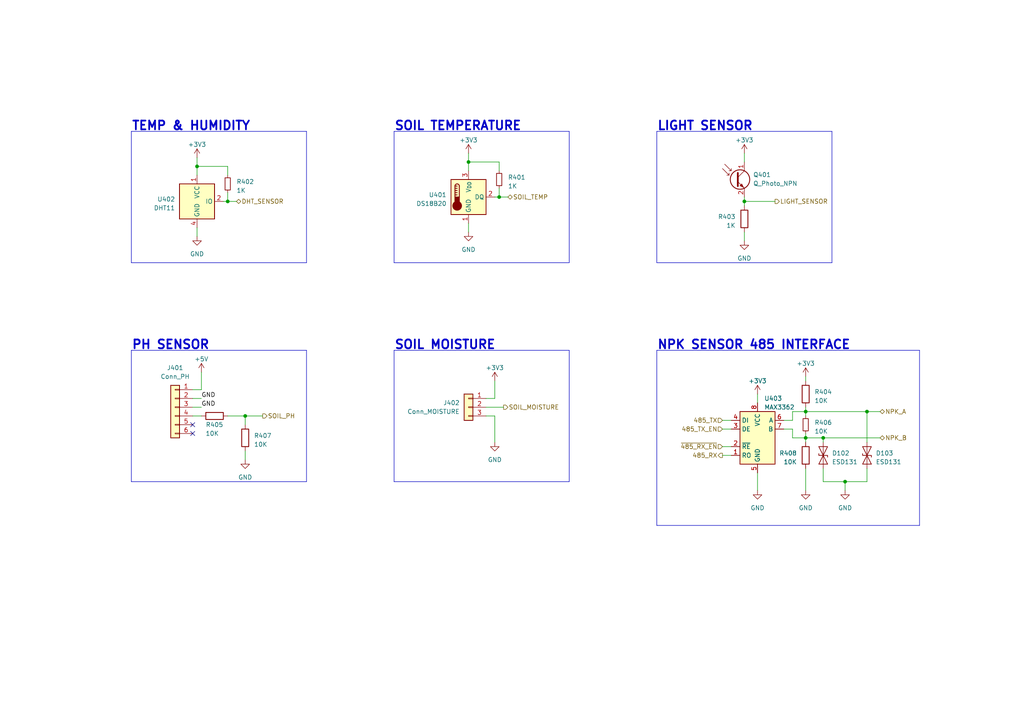
<source format=kicad_sch>
(kicad_sch (version 20230121) (generator eeschema)

  (uuid 399273c5-22b5-428f-b7ec-fcae7e13ed10)

  (paper "A4")

  (title_block
    (title "IoT_AgriFarm")
    (date "2023-07-06")
    (rev "2.0")
    (company "sudo-junkie")
  )

  (lib_symbols
    (symbol "Connector_Generic:Conn_01x03" (pin_names (offset 1.016) hide) (in_bom yes) (on_board yes)
      (property "Reference" "J" (at 0 5.08 0)
        (effects (font (size 1.27 1.27)))
      )
      (property "Value" "Conn_01x03" (at 0 -5.08 0)
        (effects (font (size 1.27 1.27)))
      )
      (property "Footprint" "" (at 0 0 0)
        (effects (font (size 1.27 1.27)) hide)
      )
      (property "Datasheet" "~" (at 0 0 0)
        (effects (font (size 1.27 1.27)) hide)
      )
      (property "ki_keywords" "connector" (at 0 0 0)
        (effects (font (size 1.27 1.27)) hide)
      )
      (property "ki_description" "Generic connector, single row, 01x03, script generated (kicad-library-utils/schlib/autogen/connector/)" (at 0 0 0)
        (effects (font (size 1.27 1.27)) hide)
      )
      (property "ki_fp_filters" "Connector*:*_1x??_*" (at 0 0 0)
        (effects (font (size 1.27 1.27)) hide)
      )
      (symbol "Conn_01x03_1_1"
        (rectangle (start -1.27 -2.413) (end 0 -2.667)
          (stroke (width 0.1524) (type default))
          (fill (type none))
        )
        (rectangle (start -1.27 0.127) (end 0 -0.127)
          (stroke (width 0.1524) (type default))
          (fill (type none))
        )
        (rectangle (start -1.27 2.667) (end 0 2.413)
          (stroke (width 0.1524) (type default))
          (fill (type none))
        )
        (rectangle (start -1.27 3.81) (end 1.27 -3.81)
          (stroke (width 0.254) (type default))
          (fill (type background))
        )
        (pin passive line (at -5.08 2.54 0) (length 3.81)
          (name "Pin_1" (effects (font (size 1.27 1.27))))
          (number "1" (effects (font (size 1.27 1.27))))
        )
        (pin passive line (at -5.08 0 0) (length 3.81)
          (name "Pin_2" (effects (font (size 1.27 1.27))))
          (number "2" (effects (font (size 1.27 1.27))))
        )
        (pin passive line (at -5.08 -2.54 0) (length 3.81)
          (name "Pin_3" (effects (font (size 1.27 1.27))))
          (number "3" (effects (font (size 1.27 1.27))))
        )
      )
    )
    (symbol "Connector_Generic:Conn_01x06" (pin_names (offset 1.016) hide) (in_bom yes) (on_board yes)
      (property "Reference" "J" (at 0 7.62 0)
        (effects (font (size 1.27 1.27)))
      )
      (property "Value" "Conn_01x06" (at 0 -10.16 0)
        (effects (font (size 1.27 1.27)))
      )
      (property "Footprint" "" (at 0 0 0)
        (effects (font (size 1.27 1.27)) hide)
      )
      (property "Datasheet" "~" (at 0 0 0)
        (effects (font (size 1.27 1.27)) hide)
      )
      (property "ki_keywords" "connector" (at 0 0 0)
        (effects (font (size 1.27 1.27)) hide)
      )
      (property "ki_description" "Generic connector, single row, 01x06, script generated (kicad-library-utils/schlib/autogen/connector/)" (at 0 0 0)
        (effects (font (size 1.27 1.27)) hide)
      )
      (property "ki_fp_filters" "Connector*:*_1x??_*" (at 0 0 0)
        (effects (font (size 1.27 1.27)) hide)
      )
      (symbol "Conn_01x06_1_1"
        (rectangle (start -1.27 -7.493) (end 0 -7.747)
          (stroke (width 0.1524) (type default))
          (fill (type none))
        )
        (rectangle (start -1.27 -4.953) (end 0 -5.207)
          (stroke (width 0.1524) (type default))
          (fill (type none))
        )
        (rectangle (start -1.27 -2.413) (end 0 -2.667)
          (stroke (width 0.1524) (type default))
          (fill (type none))
        )
        (rectangle (start -1.27 0.127) (end 0 -0.127)
          (stroke (width 0.1524) (type default))
          (fill (type none))
        )
        (rectangle (start -1.27 2.667) (end 0 2.413)
          (stroke (width 0.1524) (type default))
          (fill (type none))
        )
        (rectangle (start -1.27 5.207) (end 0 4.953)
          (stroke (width 0.1524) (type default))
          (fill (type none))
        )
        (rectangle (start -1.27 6.35) (end 1.27 -8.89)
          (stroke (width 0.254) (type default))
          (fill (type background))
        )
        (pin passive line (at -5.08 5.08 0) (length 3.81)
          (name "Pin_1" (effects (font (size 1.27 1.27))))
          (number "1" (effects (font (size 1.27 1.27))))
        )
        (pin passive line (at -5.08 2.54 0) (length 3.81)
          (name "Pin_2" (effects (font (size 1.27 1.27))))
          (number "2" (effects (font (size 1.27 1.27))))
        )
        (pin passive line (at -5.08 0 0) (length 3.81)
          (name "Pin_3" (effects (font (size 1.27 1.27))))
          (number "3" (effects (font (size 1.27 1.27))))
        )
        (pin passive line (at -5.08 -2.54 0) (length 3.81)
          (name "Pin_4" (effects (font (size 1.27 1.27))))
          (number "4" (effects (font (size 1.27 1.27))))
        )
        (pin passive line (at -5.08 -5.08 0) (length 3.81)
          (name "Pin_5" (effects (font (size 1.27 1.27))))
          (number "5" (effects (font (size 1.27 1.27))))
        )
        (pin passive line (at -5.08 -7.62 0) (length 3.81)
          (name "Pin_6" (effects (font (size 1.27 1.27))))
          (number "6" (effects (font (size 1.27 1.27))))
        )
      )
    )
    (symbol "Device:Q_Photo_NPN" (pin_names (offset 0) hide) (in_bom yes) (on_board yes)
      (property "Reference" "Q" (at 5.08 1.27 0)
        (effects (font (size 1.27 1.27)) (justify left))
      )
      (property "Value" "Q_Photo_NPN" (at 5.08 -1.27 0)
        (effects (font (size 1.27 1.27)) (justify left))
      )
      (property "Footprint" "" (at 5.08 2.54 0)
        (effects (font (size 1.27 1.27)) hide)
      )
      (property "Datasheet" "~" (at 0 0 0)
        (effects (font (size 1.27 1.27)) hide)
      )
      (property "ki_keywords" "phototransistor NPN" (at 0 0 0)
        (effects (font (size 1.27 1.27)) hide)
      )
      (property "ki_description" "NPN phototransistor, collector/emitter" (at 0 0 0)
        (effects (font (size 1.27 1.27)) hide)
      )
      (symbol "Q_Photo_NPN_0_1"
        (polyline
          (pts
            (xy -1.905 1.27)
            (xy -2.54 1.27)
          )
          (stroke (width 0) (type default))
          (fill (type none))
        )
        (polyline
          (pts
            (xy -1.27 2.54)
            (xy -1.905 2.54)
          )
          (stroke (width 0) (type default))
          (fill (type none))
        )
        (polyline
          (pts
            (xy 0.635 0.635)
            (xy 2.54 2.54)
          )
          (stroke (width 0) (type default))
          (fill (type none))
        )
        (polyline
          (pts
            (xy -3.81 3.175)
            (xy -1.905 1.27)
            (xy -1.905 1.905)
          )
          (stroke (width 0) (type default))
          (fill (type none))
        )
        (polyline
          (pts
            (xy -3.175 4.445)
            (xy -1.27 2.54)
            (xy -1.27 3.175)
          )
          (stroke (width 0) (type default))
          (fill (type none))
        )
        (polyline
          (pts
            (xy 0.635 -0.635)
            (xy 2.54 -2.54)
            (xy 2.54 -2.54)
          )
          (stroke (width 0) (type default))
          (fill (type none))
        )
        (polyline
          (pts
            (xy 0.635 1.905)
            (xy 0.635 -1.905)
            (xy 0.635 -1.905)
          )
          (stroke (width 0.508) (type default))
          (fill (type none))
        )
        (polyline
          (pts
            (xy 1.27 -1.778)
            (xy 1.778 -1.27)
            (xy 2.286 -2.286)
            (xy 1.27 -1.778)
            (xy 1.27 -1.778)
          )
          (stroke (width 0) (type default))
          (fill (type outline))
        )
        (circle (center 1.27 0) (radius 2.8194)
          (stroke (width 0.254) (type default))
          (fill (type none))
        )
      )
      (symbol "Q_Photo_NPN_1_1"
        (pin passive line (at 2.54 5.08 270) (length 2.54)
          (name "C" (effects (font (size 1.27 1.27))))
          (number "1" (effects (font (size 1.27 1.27))))
        )
        (pin passive line (at 2.54 -5.08 90) (length 2.54)
          (name "E" (effects (font (size 1.27 1.27))))
          (number "2" (effects (font (size 1.27 1.27))))
        )
      )
    )
    (symbol "Device:R" (pin_numbers hide) (pin_names (offset 0)) (in_bom yes) (on_board yes)
      (property "Reference" "R" (at 2.032 0 90)
        (effects (font (size 1.27 1.27)))
      )
      (property "Value" "R" (at 0 0 90)
        (effects (font (size 1.27 1.27)))
      )
      (property "Footprint" "" (at -1.778 0 90)
        (effects (font (size 1.27 1.27)) hide)
      )
      (property "Datasheet" "~" (at 0 0 0)
        (effects (font (size 1.27 1.27)) hide)
      )
      (property "ki_keywords" "R res resistor" (at 0 0 0)
        (effects (font (size 1.27 1.27)) hide)
      )
      (property "ki_description" "Resistor" (at 0 0 0)
        (effects (font (size 1.27 1.27)) hide)
      )
      (property "ki_fp_filters" "R_*" (at 0 0 0)
        (effects (font (size 1.27 1.27)) hide)
      )
      (symbol "R_0_1"
        (rectangle (start -1.016 -2.54) (end 1.016 2.54)
          (stroke (width 0.254) (type default))
          (fill (type none))
        )
      )
      (symbol "R_1_1"
        (pin passive line (at 0 3.81 270) (length 1.27)
          (name "~" (effects (font (size 1.27 1.27))))
          (number "1" (effects (font (size 1.27 1.27))))
        )
        (pin passive line (at 0 -3.81 90) (length 1.27)
          (name "~" (effects (font (size 1.27 1.27))))
          (number "2" (effects (font (size 1.27 1.27))))
        )
      )
    )
    (symbol "Device:R_Small" (pin_numbers hide) (pin_names (offset 0.254) hide) (in_bom yes) (on_board yes)
      (property "Reference" "R" (at 0.762 0.508 0)
        (effects (font (size 1.27 1.27)) (justify left))
      )
      (property "Value" "R_Small" (at 0.762 -1.016 0)
        (effects (font (size 1.27 1.27)) (justify left))
      )
      (property "Footprint" "" (at 0 0 0)
        (effects (font (size 1.27 1.27)) hide)
      )
      (property "Datasheet" "~" (at 0 0 0)
        (effects (font (size 1.27 1.27)) hide)
      )
      (property "ki_keywords" "R resistor" (at 0 0 0)
        (effects (font (size 1.27 1.27)) hide)
      )
      (property "ki_description" "Resistor, small symbol" (at 0 0 0)
        (effects (font (size 1.27 1.27)) hide)
      )
      (property "ki_fp_filters" "R_*" (at 0 0 0)
        (effects (font (size 1.27 1.27)) hide)
      )
      (symbol "R_Small_0_1"
        (rectangle (start -0.762 1.778) (end 0.762 -1.778)
          (stroke (width 0.2032) (type default))
          (fill (type none))
        )
      )
      (symbol "R_Small_1_1"
        (pin passive line (at 0 2.54 270) (length 0.762)
          (name "~" (effects (font (size 1.27 1.27))))
          (number "1" (effects (font (size 1.27 1.27))))
        )
        (pin passive line (at 0 -2.54 90) (length 0.762)
          (name "~" (effects (font (size 1.27 1.27))))
          (number "2" (effects (font (size 1.27 1.27))))
        )
      )
    )
    (symbol "Diode:ESD131-B1-W0201" (pin_numbers hide) (pin_names (offset 1.016) hide) (in_bom yes) (on_board yes)
      (property "Reference" "D" (at 0 2.54 0)
        (effects (font (size 1.27 1.27)))
      )
      (property "Value" "ESD131-B1-W0201" (at 0 -2.54 0)
        (effects (font (size 1.27 1.27)))
      )
      (property "Footprint" "Diode_SMD:Infineon_SG-WLL-2-3_0.58x0.28_P0.36mm" (at 0 0 0)
        (effects (font (size 1.27 1.27)) hide)
      )
      (property "Datasheet" "https://www.infineon.com/dgdl/Infineon-ESD131-B1-W0201-DataSheet-v02_00-EN.pdf?fileId=5546d4625cc9456a015ce94850964889" (at 0 0 0)
        (effects (font (size 1.27 1.27)) hide)
      )
      (property "ki_keywords" "diode TVS ESD" (at 0 0 0)
        (effects (font (size 1.27 1.27)) hide)
      )
      (property "ki_description" "Bidirectional ESD protection diode, +/-5.5Vrwm, 0.23pF, SG-WLL-2-3" (at 0 0 0)
        (effects (font (size 1.27 1.27)) hide)
      )
      (property "ki_fp_filters" "*SG?WLL?2?3*" (at 0 0 0)
        (effects (font (size 1.27 1.27)) hide)
      )
      (symbol "ESD131-B1-W0201_0_1"
        (polyline
          (pts
            (xy 1.27 0)
            (xy -1.27 0)
          )
          (stroke (width 0) (type default))
          (fill (type none))
        )
        (polyline
          (pts
            (xy -2.54 -1.27)
            (xy 0 0)
            (xy -2.54 1.27)
            (xy -2.54 -1.27)
          )
          (stroke (width 0.2032) (type default))
          (fill (type none))
        )
        (polyline
          (pts
            (xy 0.508 1.27)
            (xy 0 1.27)
            (xy 0 -1.27)
            (xy -0.508 -1.27)
          )
          (stroke (width 0.2032) (type default))
          (fill (type none))
        )
        (polyline
          (pts
            (xy 2.54 1.27)
            (xy 2.54 -1.27)
            (xy 0 0)
            (xy 2.54 1.27)
          )
          (stroke (width 0.2032) (type default))
          (fill (type none))
        )
      )
      (symbol "ESD131-B1-W0201_1_1"
        (pin passive line (at -3.81 0 0) (length 2.54)
          (name "A1" (effects (font (size 1.27 1.27))))
          (number "1" (effects (font (size 1.27 1.27))))
        )
        (pin passive line (at 3.81 0 180) (length 2.54)
          (name "A2" (effects (font (size 1.27 1.27))))
          (number "2" (effects (font (size 1.27 1.27))))
        )
      )
    )
    (symbol "My_Interface:MAX3362" (in_bom yes) (on_board yes)
      (property "Reference" "U" (at 2.54 8.89 0)
        (effects (font (size 1.27 1.27)))
      )
      (property "Value" "MAX3362" (at 5.08 -8.89 0)
        (effects (font (size 1.27 1.27)))
      )
      (property "Footprint" "Package_TO_SOT_SMD:SOT-23-8" (at 0 0 0)
        (effects (font (size 1.27 1.27)) hide)
      )
      (property "Datasheet" "https://www.analog.com/media/en/technical-documentation/data-sheets/MAX3362.pdf" (at 0 0 0)
        (effects (font (size 1.27 1.27)) hide)
      )
      (property "ki_description" "RS-485/RS-422 Transceiver 20Mbps 1/1 " (at 0 0 0)
        (effects (font (size 1.27 1.27)) hide)
      )
      (symbol "MAX3362_0_1"
        (rectangle (start -5.08 7.62) (end 5.08 -7.62)
          (stroke (width 0.254) (type default))
          (fill (type background))
        )
      )
      (symbol "MAX3362_1_1"
        (pin output line (at -7.62 -5.08 0) (length 2.54)
          (name "RO" (effects (font (size 1.27 1.27))))
          (number "1" (effects (font (size 1.27 1.27))))
        )
        (pin input line (at -7.62 -2.54 0) (length 2.54)
          (name "~{RE}" (effects (font (size 1.27 1.27))))
          (number "2" (effects (font (size 1.27 1.27))))
        )
        (pin input line (at -7.62 2.54 0) (length 2.54)
          (name "DE" (effects (font (size 1.27 1.27))))
          (number "3" (effects (font (size 1.27 1.27))))
        )
        (pin input line (at -7.62 5.08 0) (length 2.54)
          (name "DI" (effects (font (size 1.27 1.27))))
          (number "4" (effects (font (size 1.27 1.27))))
        )
        (pin power_in line (at 0 -10.16 90) (length 2.54)
          (name "GND" (effects (font (size 1.27 1.27))))
          (number "5" (effects (font (size 1.27 1.27))))
        )
        (pin bidirectional line (at 7.62 5.08 180) (length 2.54)
          (name "A" (effects (font (size 1.27 1.27))))
          (number "6" (effects (font (size 1.27 1.27))))
        )
        (pin bidirectional line (at 7.62 2.54 180) (length 2.54)
          (name "B" (effects (font (size 1.27 1.27))))
          (number "7" (effects (font (size 1.27 1.27))))
        )
        (pin power_in line (at 0 10.16 270) (length 2.54)
          (name "VCC" (effects (font (size 1.27 1.27))))
          (number "8" (effects (font (size 1.27 1.27))))
        )
      )
    )
    (symbol "Sensor:DHT11" (in_bom yes) (on_board yes)
      (property "Reference" "U" (at -3.81 6.35 0)
        (effects (font (size 1.27 1.27)))
      )
      (property "Value" "DHT11" (at 3.81 6.35 0)
        (effects (font (size 1.27 1.27)))
      )
      (property "Footprint" "Sensor:Aosong_DHT11_5.5x12.0_P2.54mm" (at 0 -10.16 0)
        (effects (font (size 1.27 1.27)) hide)
      )
      (property "Datasheet" "http://akizukidenshi.com/download/ds/aosong/DHT11.pdf" (at 3.81 6.35 0)
        (effects (font (size 1.27 1.27)) hide)
      )
      (property "ki_keywords" "Digital temperature humidity sensor" (at 0 0 0)
        (effects (font (size 1.27 1.27)) hide)
      )
      (property "ki_description" "Temperature and humidity module" (at 0 0 0)
        (effects (font (size 1.27 1.27)) hide)
      )
      (property "ki_fp_filters" "Aosong*DHT11*5.5x12.0*P2.54mm*" (at 0 0 0)
        (effects (font (size 1.27 1.27)) hide)
      )
      (symbol "DHT11_0_1"
        (rectangle (start -5.08 5.08) (end 5.08 -5.08)
          (stroke (width 0.254) (type default))
          (fill (type background))
        )
      )
      (symbol "DHT11_1_1"
        (pin power_in line (at 0 7.62 270) (length 2.54)
          (name "VCC" (effects (font (size 1.27 1.27))))
          (number "1" (effects (font (size 1.27 1.27))))
        )
        (pin bidirectional line (at 7.62 0 180) (length 2.54)
          (name "IO" (effects (font (size 1.27 1.27))))
          (number "2" (effects (font (size 1.27 1.27))))
        )
        (pin no_connect line (at -5.08 0 0) (length 2.54) hide
          (name "NC" (effects (font (size 1.27 1.27))))
          (number "3" (effects (font (size 1.27 1.27))))
        )
        (pin power_in line (at 0 -7.62 90) (length 2.54)
          (name "GND" (effects (font (size 1.27 1.27))))
          (number "4" (effects (font (size 1.27 1.27))))
        )
      )
    )
    (symbol "Sensor_Temperature:DS18B20" (in_bom yes) (on_board yes)
      (property "Reference" "U" (at -3.81 6.35 0)
        (effects (font (size 1.27 1.27)))
      )
      (property "Value" "DS18B20" (at 6.35 6.35 0)
        (effects (font (size 1.27 1.27)))
      )
      (property "Footprint" "Package_TO_SOT_THT:TO-92_Inline" (at -25.4 -6.35 0)
        (effects (font (size 1.27 1.27)) hide)
      )
      (property "Datasheet" "http://datasheets.maximintegrated.com/en/ds/DS18B20.pdf" (at -3.81 6.35 0)
        (effects (font (size 1.27 1.27)) hide)
      )
      (property "ki_keywords" "OneWire 1Wire Dallas Maxim" (at 0 0 0)
        (effects (font (size 1.27 1.27)) hide)
      )
      (property "ki_description" "Programmable Resolution 1-Wire Digital Thermometer TO-92" (at 0 0 0)
        (effects (font (size 1.27 1.27)) hide)
      )
      (property "ki_fp_filters" "TO*92*" (at 0 0 0)
        (effects (font (size 1.27 1.27)) hide)
      )
      (symbol "DS18B20_0_1"
        (rectangle (start -5.08 5.08) (end 5.08 -5.08)
          (stroke (width 0.254) (type default))
          (fill (type background))
        )
        (circle (center -3.302 -2.54) (radius 1.27)
          (stroke (width 0.254) (type default))
          (fill (type outline))
        )
        (rectangle (start -2.667 -1.905) (end -3.937 0)
          (stroke (width 0.254) (type default))
          (fill (type outline))
        )
        (arc (start -2.667 3.175) (mid -3.302 3.8073) (end -3.937 3.175)
          (stroke (width 0.254) (type default))
          (fill (type none))
        )
        (polyline
          (pts
            (xy -3.937 0.635)
            (xy -3.302 0.635)
          )
          (stroke (width 0.254) (type default))
          (fill (type none))
        )
        (polyline
          (pts
            (xy -3.937 1.27)
            (xy -3.302 1.27)
          )
          (stroke (width 0.254) (type default))
          (fill (type none))
        )
        (polyline
          (pts
            (xy -3.937 1.905)
            (xy -3.302 1.905)
          )
          (stroke (width 0.254) (type default))
          (fill (type none))
        )
        (polyline
          (pts
            (xy -3.937 2.54)
            (xy -3.302 2.54)
          )
          (stroke (width 0.254) (type default))
          (fill (type none))
        )
        (polyline
          (pts
            (xy -3.937 3.175)
            (xy -3.937 0)
          )
          (stroke (width 0.254) (type default))
          (fill (type none))
        )
        (polyline
          (pts
            (xy -3.937 3.175)
            (xy -3.302 3.175)
          )
          (stroke (width 0.254) (type default))
          (fill (type none))
        )
        (polyline
          (pts
            (xy -2.667 3.175)
            (xy -2.667 0)
          )
          (stroke (width 0.254) (type default))
          (fill (type none))
        )
      )
      (symbol "DS18B20_1_1"
        (pin power_in line (at 0 -7.62 90) (length 2.54)
          (name "GND" (effects (font (size 1.27 1.27))))
          (number "1" (effects (font (size 1.27 1.27))))
        )
        (pin bidirectional line (at 7.62 0 180) (length 2.54)
          (name "DQ" (effects (font (size 1.27 1.27))))
          (number "2" (effects (font (size 1.27 1.27))))
        )
        (pin power_in line (at 0 7.62 270) (length 2.54)
          (name "V_{DD}" (effects (font (size 1.27 1.27))))
          (number "3" (effects (font (size 1.27 1.27))))
        )
      )
    )
    (symbol "power:+3V3" (power) (pin_names (offset 0)) (in_bom yes) (on_board yes)
      (property "Reference" "#PWR" (at 0 -3.81 0)
        (effects (font (size 1.27 1.27)) hide)
      )
      (property "Value" "+3V3" (at 0 3.556 0)
        (effects (font (size 1.27 1.27)))
      )
      (property "Footprint" "" (at 0 0 0)
        (effects (font (size 1.27 1.27)) hide)
      )
      (property "Datasheet" "" (at 0 0 0)
        (effects (font (size 1.27 1.27)) hide)
      )
      (property "ki_keywords" "global power" (at 0 0 0)
        (effects (font (size 1.27 1.27)) hide)
      )
      (property "ki_description" "Power symbol creates a global label with name \"+3V3\"" (at 0 0 0)
        (effects (font (size 1.27 1.27)) hide)
      )
      (symbol "+3V3_0_1"
        (polyline
          (pts
            (xy -0.762 1.27)
            (xy 0 2.54)
          )
          (stroke (width 0) (type default))
          (fill (type none))
        )
        (polyline
          (pts
            (xy 0 0)
            (xy 0 2.54)
          )
          (stroke (width 0) (type default))
          (fill (type none))
        )
        (polyline
          (pts
            (xy 0 2.54)
            (xy 0.762 1.27)
          )
          (stroke (width 0) (type default))
          (fill (type none))
        )
      )
      (symbol "+3V3_1_1"
        (pin power_in line (at 0 0 90) (length 0) hide
          (name "+3V3" (effects (font (size 1.27 1.27))))
          (number "1" (effects (font (size 1.27 1.27))))
        )
      )
    )
    (symbol "power:+5V" (power) (pin_names (offset 0)) (in_bom yes) (on_board yes)
      (property "Reference" "#PWR" (at 0 -3.81 0)
        (effects (font (size 1.27 1.27)) hide)
      )
      (property "Value" "+5V" (at 0 3.556 0)
        (effects (font (size 1.27 1.27)))
      )
      (property "Footprint" "" (at 0 0 0)
        (effects (font (size 1.27 1.27)) hide)
      )
      (property "Datasheet" "" (at 0 0 0)
        (effects (font (size 1.27 1.27)) hide)
      )
      (property "ki_keywords" "global power" (at 0 0 0)
        (effects (font (size 1.27 1.27)) hide)
      )
      (property "ki_description" "Power symbol creates a global label with name \"+5V\"" (at 0 0 0)
        (effects (font (size 1.27 1.27)) hide)
      )
      (symbol "+5V_0_1"
        (polyline
          (pts
            (xy -0.762 1.27)
            (xy 0 2.54)
          )
          (stroke (width 0) (type default))
          (fill (type none))
        )
        (polyline
          (pts
            (xy 0 0)
            (xy 0 2.54)
          )
          (stroke (width 0) (type default))
          (fill (type none))
        )
        (polyline
          (pts
            (xy 0 2.54)
            (xy 0.762 1.27)
          )
          (stroke (width 0) (type default))
          (fill (type none))
        )
      )
      (symbol "+5V_1_1"
        (pin power_in line (at 0 0 90) (length 0) hide
          (name "+5V" (effects (font (size 1.27 1.27))))
          (number "1" (effects (font (size 1.27 1.27))))
        )
      )
    )
    (symbol "power:GND" (power) (pin_names (offset 0)) (in_bom yes) (on_board yes)
      (property "Reference" "#PWR" (at 0 -6.35 0)
        (effects (font (size 1.27 1.27)) hide)
      )
      (property "Value" "GND" (at 0 -3.81 0)
        (effects (font (size 1.27 1.27)))
      )
      (property "Footprint" "" (at 0 0 0)
        (effects (font (size 1.27 1.27)) hide)
      )
      (property "Datasheet" "" (at 0 0 0)
        (effects (font (size 1.27 1.27)) hide)
      )
      (property "ki_keywords" "global power" (at 0 0 0)
        (effects (font (size 1.27 1.27)) hide)
      )
      (property "ki_description" "Power symbol creates a global label with name \"GND\" , ground" (at 0 0 0)
        (effects (font (size 1.27 1.27)) hide)
      )
      (symbol "GND_0_1"
        (polyline
          (pts
            (xy 0 0)
            (xy 0 -1.27)
            (xy 1.27 -1.27)
            (xy 0 -2.54)
            (xy -1.27 -1.27)
            (xy 0 -1.27)
          )
          (stroke (width 0) (type default))
          (fill (type none))
        )
      )
      (symbol "GND_1_1"
        (pin power_in line (at 0 0 270) (length 0) hide
          (name "GND" (effects (font (size 1.27 1.27))))
          (number "1" (effects (font (size 1.27 1.27))))
        )
      )
    )
  )

  (junction (at 233.68 127) (diameter 0) (color 0 0 0 0)
    (uuid 1c994805-c8d1-4f40-add0-487a2c9e972c)
  )
  (junction (at 135.89 46.99) (diameter 0) (color 0 0 0 0)
    (uuid 6162752e-dcdc-46be-a530-3c8ea7cdcf6f)
  )
  (junction (at 144.78 57.15) (diameter 0) (color 0 0 0 0)
    (uuid 709c4139-d0e7-43d3-b7a8-37762166b7bf)
  )
  (junction (at 71.12 120.65) (diameter 0) (color 0 0 0 0)
    (uuid 72071cb9-6c4f-4654-93fa-26bbe6d6bd15)
  )
  (junction (at 238.76 127) (diameter 0) (color 0 0 0 0)
    (uuid 800f9088-d4a0-4489-9831-357852b5dbbb)
  )
  (junction (at 66.04 58.42) (diameter 0) (color 0 0 0 0)
    (uuid 8c664d8e-151f-45e5-89c8-8c63be7602b7)
  )
  (junction (at 57.15 48.26) (diameter 0) (color 0 0 0 0)
    (uuid a30b06e5-6158-4edb-9cb9-219e17b71c4b)
  )
  (junction (at 215.9 58.42) (diameter 0) (color 0 0 0 0)
    (uuid b5224398-5c92-4557-b8f8-17c27f8bbb2d)
  )
  (junction (at 233.68 119.38) (diameter 0) (color 0 0 0 0)
    (uuid ca76ae56-e2fd-4a17-a199-24615af40ca4)
  )
  (junction (at 245.11 139.7) (diameter 0) (color 0 0 0 0)
    (uuid e0b2912d-8cd7-47aa-9c7a-4ef107f43666)
  )
  (junction (at 251.46 119.38) (diameter 0) (color 0 0 0 0)
    (uuid f7ea8938-de6d-4c1d-9e44-1906291481de)
  )

  (no_connect (at 55.88 123.19) (uuid 0231aa86-112b-4cc8-a316-ab5a71195d3c))
  (no_connect (at 55.88 125.73) (uuid 41d5603b-3c73-4b17-bb2b-baeff5f5d7b0))

  (polyline (pts (xy 114.3 38.1) (xy 165.1 38.1))
    (stroke (width 0) (type default))
    (uuid 06439c2d-7955-4780-a088-19c454386774)
  )
  (polyline (pts (xy 114.3 139.7) (xy 114.3 101.6))
    (stroke (width 0) (type default))
    (uuid 0657098f-102a-4cba-87b5-773e3a9b310c)
  )

  (wire (pts (xy 233.68 119.38) (xy 233.68 120.65))
    (stroke (width 0) (type default))
    (uuid 0aaaa566-a821-48ae-87ed-17c0ca763a9c)
  )
  (polyline (pts (xy 38.1 76.2) (xy 38.1 38.1))
    (stroke (width 0) (type default))
    (uuid 13ed36d6-2b6d-47f5-8cf5-802dc1a02124)
  )
  (polyline (pts (xy 165.1 101.6) (xy 165.1 139.7))
    (stroke (width 0) (type default))
    (uuid 168c880f-f20a-40f2-9c8c-5143ca941156)
  )
  (polyline (pts (xy 190.5 101.6) (xy 266.7 101.6))
    (stroke (width 0) (type default))
    (uuid 1723b9a0-2d1b-4f66-99a2-cae3f648bcdf)
  )

  (wire (pts (xy 229.87 127) (xy 233.68 127))
    (stroke (width 0) (type default))
    (uuid 17b94cc8-b89a-4242-bb67-fc0cf177342d)
  )
  (wire (pts (xy 233.68 127) (xy 233.68 128.27))
    (stroke (width 0) (type default))
    (uuid 1926dc42-e0e4-422d-be08-758e6a4a601c)
  )
  (wire (pts (xy 238.76 127) (xy 255.27 127))
    (stroke (width 0) (type default))
    (uuid 1c7e74ea-7e5f-4ade-b422-5ef49fd3e57f)
  )
  (wire (pts (xy 251.46 139.7) (xy 245.11 139.7))
    (stroke (width 0) (type default))
    (uuid 2029bc2f-3e93-4e33-ae86-d72f3122b566)
  )
  (wire (pts (xy 238.76 135.89) (xy 238.76 139.7))
    (stroke (width 0) (type default))
    (uuid 216cdecb-46d6-4d94-b136-313f800bfb89)
  )
  (wire (pts (xy 57.15 45.72) (xy 57.15 48.26))
    (stroke (width 0) (type default))
    (uuid 21ac61cf-e69a-4e92-94f9-17fc00795446)
  )
  (wire (pts (xy 251.46 119.38) (xy 251.46 128.27))
    (stroke (width 0) (type default))
    (uuid 2615f50f-d6c8-4940-b8b8-92bf06ca205e)
  )
  (wire (pts (xy 71.12 120.65) (xy 76.2 120.65))
    (stroke (width 0) (type default))
    (uuid 2cd9c010-1fa9-4d6d-8703-b40931c7c3f3)
  )
  (wire (pts (xy 143.51 115.57) (xy 143.51 110.49))
    (stroke (width 0) (type default))
    (uuid 334b436a-bd8a-424f-beb8-fbb142f30c2d)
  )
  (wire (pts (xy 135.89 44.45) (xy 135.89 46.99))
    (stroke (width 0) (type default))
    (uuid 34374a60-34b4-47f4-8d4b-a9fb897492fb)
  )
  (wire (pts (xy 215.9 57.15) (xy 215.9 58.42))
    (stroke (width 0) (type default))
    (uuid 35ede547-c74b-4f04-a6e8-b03aafdee0f2)
  )
  (wire (pts (xy 57.15 48.26) (xy 57.15 50.8))
    (stroke (width 0) (type default))
    (uuid 35fe66e7-025c-463b-8c81-a02692b04740)
  )
  (wire (pts (xy 238.76 127) (xy 238.76 128.27))
    (stroke (width 0) (type default))
    (uuid 3dca8e31-bdef-4e4e-89ac-669046d5ef21)
  )
  (wire (pts (xy 229.87 121.92) (xy 227.33 121.92))
    (stroke (width 0) (type default))
    (uuid 3e140521-064e-4b45-97e0-16278186cdce)
  )
  (polyline (pts (xy 88.9 139.7) (xy 38.1 139.7))
    (stroke (width 0) (type default))
    (uuid 4188af6b-638c-4b46-8e66-e9105bccc7c7)
  )

  (wire (pts (xy 215.9 67.31) (xy 215.9 69.85))
    (stroke (width 0) (type default))
    (uuid 434cd9d7-8cf8-48bf-b1ec-62c4a1eb3362)
  )
  (wire (pts (xy 71.12 130.81) (xy 71.12 133.35))
    (stroke (width 0) (type default))
    (uuid 452543b9-23e4-4682-b947-664771989a73)
  )
  (polyline (pts (xy 88.9 101.6) (xy 88.9 139.7))
    (stroke (width 0) (type default))
    (uuid 4676f1dd-f480-4976-835c-e5f94509b138)
  )

  (wire (pts (xy 251.46 135.89) (xy 251.46 139.7))
    (stroke (width 0) (type default))
    (uuid 4d7765fb-c142-4c58-b11b-4139b14ed533)
  )
  (wire (pts (xy 144.78 46.99) (xy 144.78 49.53))
    (stroke (width 0) (type default))
    (uuid 50357906-e2f2-4384-8b6c-41cdfb7d745b)
  )
  (wire (pts (xy 245.11 139.7) (xy 245.11 142.24))
    (stroke (width 0) (type default))
    (uuid 56a00ab1-078f-42c5-8a18-b42de7d20d31)
  )
  (wire (pts (xy 209.55 124.46) (xy 212.09 124.46))
    (stroke (width 0) (type default))
    (uuid 56fa706a-de99-4446-aabc-4b8999e71589)
  )
  (polyline (pts (xy 114.3 101.6) (xy 115.57 101.6))
    (stroke (width 0) (type default))
    (uuid 59b9028f-9469-4541-84ae-e4f3f2f5fbc9)
  )

  (wire (pts (xy 229.87 119.38) (xy 229.87 121.92))
    (stroke (width 0) (type default))
    (uuid 5c54139c-8187-4f69-993e-88f4e40ad6f2)
  )
  (wire (pts (xy 55.88 115.57) (xy 58.42 115.57))
    (stroke (width 0) (type default))
    (uuid 5da5c6e5-9863-4a40-8bbe-1a498246ba0a)
  )
  (wire (pts (xy 140.97 118.11) (xy 146.05 118.11))
    (stroke (width 0) (type default))
    (uuid 5e11ed26-3307-4da0-b017-c6009962a14f)
  )
  (wire (pts (xy 215.9 44.45) (xy 215.9 46.99))
    (stroke (width 0) (type default))
    (uuid 6007324d-953b-4047-a2dd-7a273e260dca)
  )
  (wire (pts (xy 209.55 129.54) (xy 212.09 129.54))
    (stroke (width 0) (type default))
    (uuid 60fb7219-532f-47e6-9eee-d088fea571dd)
  )
  (polyline (pts (xy 190.5 76.2) (xy 190.5 38.1))
    (stroke (width 0) (type default))
    (uuid 61cc99cc-0ac9-4aca-bbf4-58736863ec09)
  )
  (polyline (pts (xy 190.5 38.1) (xy 241.3 38.1))
    (stroke (width 0) (type default))
    (uuid 61e05769-f3cb-4df6-ac1f-5e5eeafa125a)
  )

  (wire (pts (xy 209.55 121.92) (xy 212.09 121.92))
    (stroke (width 0) (type default))
    (uuid 6353d78f-5a10-48b9-8364-031d409e2eb6)
  )
  (wire (pts (xy 57.15 48.26) (xy 66.04 48.26))
    (stroke (width 0) (type default))
    (uuid 6910ffc2-16d0-4465-bd53-098e72046349)
  )
  (wire (pts (xy 144.78 54.61) (xy 144.78 57.15))
    (stroke (width 0) (type default))
    (uuid 69df3c55-3d39-4624-8404-b64a5a38ed82)
  )
  (polyline (pts (xy 38.1 139.7) (xy 38.1 101.6))
    (stroke (width 0) (type default))
    (uuid 69f6d7c7-1e8b-4d78-a9ae-8593945bce76)
  )

  (wire (pts (xy 238.76 139.7) (xy 245.11 139.7))
    (stroke (width 0) (type default))
    (uuid 6bab936b-dd02-43c2-90bb-0f5d53243edb)
  )
  (wire (pts (xy 55.88 113.03) (xy 58.42 113.03))
    (stroke (width 0) (type default))
    (uuid 702d8cef-4e77-4b28-9347-2fecf12edaff)
  )
  (wire (pts (xy 144.78 57.15) (xy 147.32 57.15))
    (stroke (width 0) (type default))
    (uuid 72b2f894-6ead-4690-bc15-0d1793e3b59f)
  )
  (wire (pts (xy 135.89 46.99) (xy 144.78 46.99))
    (stroke (width 0) (type default))
    (uuid 7690150d-be80-425d-abf8-774c21f5ffa0)
  )
  (wire (pts (xy 58.42 107.95) (xy 58.42 113.03))
    (stroke (width 0) (type default))
    (uuid 778ec0bb-ec6e-4d4e-b395-a4932fbc57c2)
  )
  (polyline (pts (xy 114.3 76.2) (xy 114.3 38.1))
    (stroke (width 0) (type default))
    (uuid 79ea1fca-a3db-4a5b-9e54-06a3fcb4901d)
  )

  (wire (pts (xy 144.78 57.15) (xy 143.51 57.15))
    (stroke (width 0) (type default))
    (uuid 7a5ca170-9c84-4f52-813d-06960664729f)
  )
  (wire (pts (xy 135.89 46.99) (xy 135.89 49.53))
    (stroke (width 0) (type default))
    (uuid 7ab03603-50e9-4da2-9277-96d01799ab6e)
  )
  (polyline (pts (xy 115.57 101.6) (xy 165.1 101.6))
    (stroke (width 0) (type default))
    (uuid 7d815aaf-898c-4274-af94-7eb75a9b245e)
  )

  (wire (pts (xy 66.04 55.88) (xy 66.04 58.42))
    (stroke (width 0) (type default))
    (uuid 80dcf8b6-6907-4e15-9fe5-71c9c00645f0)
  )
  (polyline (pts (xy 241.3 76.2) (xy 190.5 76.2))
    (stroke (width 0) (type default))
    (uuid 85ea6a5e-41d5-4e83-bce1-ca18b5f0a3a5)
  )

  (wire (pts (xy 229.87 119.38) (xy 233.68 119.38))
    (stroke (width 0) (type default))
    (uuid 8a2e9412-0069-47bf-9479-bf9f2addec62)
  )
  (polyline (pts (xy 190.5 152.4) (xy 190.5 101.6))
    (stroke (width 0) (type default))
    (uuid 92716cf6-fb3c-42d8-be00-1a9155385f24)
  )

  (wire (pts (xy 140.97 120.65) (xy 143.51 120.65))
    (stroke (width 0) (type default))
    (uuid 93f6cfd8-7580-4791-a60f-8d6f896f962e)
  )
  (wire (pts (xy 66.04 48.26) (xy 66.04 50.8))
    (stroke (width 0) (type default))
    (uuid 98cf9282-597f-4dc4-bc6e-da7e73a1e111)
  )
  (wire (pts (xy 140.97 115.57) (xy 143.51 115.57))
    (stroke (width 0) (type default))
    (uuid 9a1fa13b-120e-4940-8ef1-a8818ef19686)
  )
  (wire (pts (xy 57.15 66.04) (xy 57.15 68.58))
    (stroke (width 0) (type default))
    (uuid a1fc97e8-62b6-452a-a6e1-bca34ad0f4fd)
  )
  (wire (pts (xy 66.04 58.42) (xy 64.77 58.42))
    (stroke (width 0) (type default))
    (uuid a4a04247-a2ba-46fc-b521-fa2864e75d58)
  )
  (polyline (pts (xy 88.9 76.2) (xy 38.1 76.2))
    (stroke (width 0) (type default))
    (uuid aac4c69b-dfa7-4847-ba97-16d19041f424)
  )

  (wire (pts (xy 233.68 109.22) (xy 233.68 110.49))
    (stroke (width 0) (type default))
    (uuid b9e93077-ad0d-4241-850c-ced3426d4152)
  )
  (polyline (pts (xy 165.1 139.7) (xy 114.3 139.7))
    (stroke (width 0) (type default))
    (uuid baab3081-ce38-4954-889e-f239c318cae7)
  )

  (wire (pts (xy 215.9 58.42) (xy 224.79 58.42))
    (stroke (width 0) (type default))
    (uuid bc50002f-7cd1-4748-aa08-41bac30196da)
  )
  (wire (pts (xy 209.55 132.08) (xy 212.09 132.08))
    (stroke (width 0) (type default))
    (uuid bc6e551e-2a30-442c-a4b1-2c97ceb22692)
  )
  (wire (pts (xy 55.88 118.11) (xy 58.42 118.11))
    (stroke (width 0) (type default))
    (uuid bca82695-1c93-4e83-b50a-75d7286e0eac)
  )
  (polyline (pts (xy 88.9 38.1) (xy 88.9 76.2))
    (stroke (width 0) (type default))
    (uuid c25cf210-172e-4a20-9efd-f2fdc7c7c4b2)
  )
  (polyline (pts (xy 241.3 38.1) (xy 241.3 76.2))
    (stroke (width 0) (type default))
    (uuid c4d4779d-06b0-429a-8f2f-af12e1ce44b4)
  )
  (polyline (pts (xy 165.1 76.2) (xy 114.3 76.2))
    (stroke (width 0) (type default))
    (uuid c5028735-4933-4d9d-94fd-cfec58757557)
  )

  (wire (pts (xy 215.9 58.42) (xy 215.9 59.69))
    (stroke (width 0) (type default))
    (uuid cbd5d68e-01cb-472a-9b4b-e519f638399a)
  )
  (wire (pts (xy 229.87 124.46) (xy 227.33 124.46))
    (stroke (width 0) (type default))
    (uuid ce27453e-e836-4417-96bc-c30e2e197094)
  )
  (polyline (pts (xy 266.7 101.6) (xy 266.7 152.4))
    (stroke (width 0) (type default))
    (uuid d0ce424a-b7b1-4df8-a8e0-5aae31c148d6)
  )

  (wire (pts (xy 71.12 120.65) (xy 71.12 123.19))
    (stroke (width 0) (type default))
    (uuid d98c4276-6954-45c1-9784-be658ea0094b)
  )
  (wire (pts (xy 135.89 64.77) (xy 135.89 67.31))
    (stroke (width 0) (type default))
    (uuid dbba04aa-7a54-42fb-9c6e-2622cd32f0f3)
  )
  (wire (pts (xy 229.87 127) (xy 229.87 124.46))
    (stroke (width 0) (type default))
    (uuid dcaaa751-5a0c-491b-9a72-b90bc237f611)
  )
  (wire (pts (xy 233.68 125.73) (xy 233.68 127))
    (stroke (width 0) (type default))
    (uuid de46cc0a-3c4a-4a4e-9ac2-99f56e3c58c3)
  )
  (wire (pts (xy 143.51 120.65) (xy 143.51 128.27))
    (stroke (width 0) (type default))
    (uuid df1155d6-e9b0-4fdc-b2c7-4152bf6fa23a)
  )
  (polyline (pts (xy 165.1 38.1) (xy 165.1 76.2))
    (stroke (width 0) (type default))
    (uuid e2f4da77-4118-41ce-bd08-68dc53e130b2)
  )

  (wire (pts (xy 233.68 118.11) (xy 233.68 119.38))
    (stroke (width 0) (type default))
    (uuid e55c34b0-ff2f-4a58-921f-7f0f9dd51da7)
  )
  (wire (pts (xy 66.04 58.42) (xy 68.58 58.42))
    (stroke (width 0) (type default))
    (uuid e589addf-304a-40e0-9899-6593d9d46644)
  )
  (wire (pts (xy 66.04 120.65) (xy 71.12 120.65))
    (stroke (width 0) (type default))
    (uuid e6b0e69c-de9c-4ae6-8e5d-44af06bb41c9)
  )
  (polyline (pts (xy 38.1 38.1) (xy 88.9 38.1))
    (stroke (width 0) (type default))
    (uuid e8725af1-8a21-405f-a134-4804d94390bf)
  )

  (wire (pts (xy 255.27 119.38) (xy 251.46 119.38))
    (stroke (width 0) (type default))
    (uuid eb50d305-78de-45e0-a532-042eb059d43e)
  )
  (wire (pts (xy 233.68 127) (xy 238.76 127))
    (stroke (width 0) (type default))
    (uuid ef00a8f4-c4f5-4e63-80db-abccbd15eb09)
  )
  (wire (pts (xy 233.68 135.89) (xy 233.68 142.24))
    (stroke (width 0) (type default))
    (uuid f000204f-636c-458c-953f-2c2bc4cde316)
  )
  (wire (pts (xy 219.71 114.3) (xy 219.71 116.84))
    (stroke (width 0) (type default))
    (uuid f3b54397-37a3-442a-be81-3448738c149c)
  )
  (wire (pts (xy 55.88 120.65) (xy 58.42 120.65))
    (stroke (width 0) (type default))
    (uuid f75cf307-6a05-43e3-850c-837b236e6ddd)
  )
  (polyline (pts (xy 38.1 101.6) (xy 88.9 101.6))
    (stroke (width 0) (type default))
    (uuid f921eab8-4f84-437b-9ba4-3310f44ba398)
  )

  (wire (pts (xy 219.71 137.16) (xy 219.71 142.24))
    (stroke (width 0) (type default))
    (uuid fc688fb0-b109-4095-949a-24203ec8a46d)
  )
  (polyline (pts (xy 266.7 152.4) (xy 190.5 152.4))
    (stroke (width 0) (type default))
    (uuid fcef8b4c-5a2b-45fb-b40c-f85a1a3d53ff)
  )

  (wire (pts (xy 233.68 119.38) (xy 251.46 119.38))
    (stroke (width 0) (type default))
    (uuid ffb8e2bc-4e4c-419d-b72e-b11c75e836df)
  )

  (text "LIGHT SENSOR" (at 190.5 38.1 0)
    (effects (font (size 2.54 2.54) (thickness 0.508) bold) (justify left bottom))
    (uuid 0bfd0918-2824-49f1-b49d-3334e31cad77)
  )
  (text "SOIL TEMPERATURE" (at 114.3 38.1 0)
    (effects (font (size 2.54 2.54) (thickness 0.508) bold) (justify left bottom))
    (uuid 41fac5f4-4578-49b0-8df3-31bfb305f539)
  )
  (text "TEMP & HUMIDITY" (at 38.1 38.1 0)
    (effects (font (size 2.54 2.54) (thickness 0.508) bold) (justify left bottom))
    (uuid 63ac8bae-3f12-4ffb-97cb-100efad58455)
  )
  (text "NPK SENSOR 485 INTERFACE" (at 190.5 101.6 0)
    (effects (font (size 2.54 2.54) (thickness 0.508) bold) (justify left bottom))
    (uuid 7fdfccde-8dde-41a7-90b8-70a97ed78fbe)
  )
  (text "SOIL MOISTURE" (at 114.3 101.6 0)
    (effects (font (size 2.54 2.54) (thickness 0.508) bold) (justify left bottom))
    (uuid 93eb5eef-e705-4021-9304-5f6a0a60adbf)
  )
  (text "PH SENSOR" (at 38.1 101.6 0)
    (effects (font (size 2.54 2.54) (thickness 0.508) bold) (justify left bottom))
    (uuid d6ccf40e-ab4a-492d-a9d7-fe92a7a0889c)
  )

  (label "GND" (at 58.42 118.11 0) (fields_autoplaced)
    (effects (font (size 1.27 1.27)) (justify left bottom))
    (uuid 2e86399a-54ed-4b6b-a81b-7654474f7899)
  )
  (label "GND" (at 58.42 115.57 0) (fields_autoplaced)
    (effects (font (size 1.27 1.27)) (justify left bottom))
    (uuid f0633e35-f7f9-44f6-bbaf-5e2cc78c7e00)
  )

  (hierarchical_label "485_RX" (shape output) (at 209.55 132.08 180) (fields_autoplaced)
    (effects (font (size 1.27 1.27)) (justify right))
    (uuid 035ae0d4-bf6a-4383-b7ca-e09ccde27e17)
  )
  (hierarchical_label "SOIL_PH" (shape output) (at 76.2 120.65 0) (fields_autoplaced)
    (effects (font (size 1.27 1.27)) (justify left))
    (uuid 1089f988-66e2-4b6c-b73c-c4043ecce628)
  )
  (hierarchical_label "NPK_B" (shape bidirectional) (at 255.27 127 0) (fields_autoplaced)
    (effects (font (size 1.27 1.27)) (justify left))
    (uuid 3a24f9f7-bdef-41b1-ac32-03bf1c95b00c)
  )
  (hierarchical_label "~{485_RX_EN}" (shape input) (at 209.55 129.54 180) (fields_autoplaced)
    (effects (font (size 1.27 1.27)) (justify right))
    (uuid 46d04249-fdce-4b5d-8f10-7d7449b6928e)
  )
  (hierarchical_label "SOIL_TEMP" (shape bidirectional) (at 147.32 57.15 0) (fields_autoplaced)
    (effects (font (size 1.27 1.27)) (justify left))
    (uuid 4f4d2986-30c4-4627-8f76-f0005a60faa0)
  )
  (hierarchical_label "LIGHT_SENSOR" (shape output) (at 224.79 58.42 0) (fields_autoplaced)
    (effects (font (size 1.27 1.27)) (justify left))
    (uuid 5ce55e03-e960-4077-aebe-17ccdc1e58b8)
  )
  (hierarchical_label "SOIL_MOISTURE" (shape output) (at 146.05 118.11 0) (fields_autoplaced)
    (effects (font (size 1.27 1.27)) (justify left))
    (uuid 78203c81-0893-4817-9e6b-1495512896de)
  )
  (hierarchical_label "NPK_A" (shape bidirectional) (at 255.27 119.38 0) (fields_autoplaced)
    (effects (font (size 1.27 1.27)) (justify left))
    (uuid 84e6cd72-df09-4c3f-9f0c-268da0e12a18)
  )
  (hierarchical_label "485_TX_EN" (shape input) (at 209.55 124.46 180) (fields_autoplaced)
    (effects (font (size 1.27 1.27)) (justify right))
    (uuid 8ea79354-38e3-4456-a71b-b45ce89f726e)
  )
  (hierarchical_label "485_TX" (shape input) (at 209.55 121.92 180) (fields_autoplaced)
    (effects (font (size 1.27 1.27)) (justify right))
    (uuid 8f88e46c-6a9f-455d-8c58-429294a0ce6a)
  )
  (hierarchical_label "DHT_SENSOR" (shape bidirectional) (at 68.58 58.42 0) (fields_autoplaced)
    (effects (font (size 1.27 1.27)) (justify left))
    (uuid ab93371a-4c18-4c50-9e9d-19091c85ed78)
  )

  (symbol (lib_id "power:GND") (at 135.89 67.31 0) (unit 1)
    (in_bom yes) (on_board yes) (dnp no) (fields_autoplaced)
    (uuid 01b89ba4-05cc-45df-afaf-e7ea01cec3b0)
    (property "Reference" "#PWR0404" (at 135.89 73.66 0)
      (effects (font (size 1.27 1.27)) hide)
    )
    (property "Value" "GND" (at 135.89 72.39 0)
      (effects (font (size 1.27 1.27)))
    )
    (property "Footprint" "" (at 135.89 67.31 0)
      (effects (font (size 1.27 1.27)) hide)
    )
    (property "Datasheet" "" (at 135.89 67.31 0)
      (effects (font (size 1.27 1.27)) hide)
    )
    (pin "1" (uuid a548db5c-aa6a-4e3c-bbe9-b7236faa63f2))
    (instances
      (project "IoT_Agrifarm"
        (path "/e886365f-2304-4290-beeb-1e373de9e66a/69f4e596-8e35-4fe0-9e97-1f632e16b6d2"
          (reference "#PWR0404") (unit 1)
        )
      )
    )
  )

  (symbol (lib_id "Device:Q_Photo_NPN") (at 213.36 52.07 0) (unit 1)
    (in_bom yes) (on_board yes) (dnp no) (fields_autoplaced)
    (uuid 0da3d26d-98c9-4016-85a2-fad5682f27b6)
    (property "Reference" "Q401" (at 218.44 50.6857 0)
      (effects (font (size 1.27 1.27)) (justify left))
    )
    (property "Value" "Q_Photo_NPN" (at 218.44 53.2257 0)
      (effects (font (size 1.27 1.27)) (justify left))
    )
    (property "Footprint" "LED_SMD:LED_0603_1608Metric" (at 218.44 49.53 0)
      (effects (font (size 1.27 1.27)) hide)
    )
    (property "Datasheet" "~" (at 213.36 52.07 0)
      (effects (font (size 1.27 1.27)) hide)
    )
    (property "MANUFACTURER" "Everlight Elec " (at 213.36 52.07 0)
      (effects (font (size 1.27 1.27)) hide)
    )
    (property "MPN" "ALS-PT19-315C/L177/TR8" (at 213.36 52.07 0)
      (effects (font (size 1.27 1.27)) hide)
    )
    (property "UNIT PRICE" "0.1127" (at 213.36 52.07 0)
      (effects (font (size 1.27 1.27)) hide)
    )
    (property "VENDOR" "LCSC" (at 213.36 52.07 0)
      (effects (font (size 1.27 1.27)) hide)
    )
    (property "JLCPCB PART#" "C146233" (at 213.36 52.07 0)
      (effects (font (size 1.27 1.27)) hide)
    )
    (pin "1" (uuid 05c9feed-0f67-4725-b452-9e9bb37469ee))
    (pin "2" (uuid 571cd2fc-0792-40db-a847-4931aaf966e4))
    (instances
      (project "IoT_Agrifarm"
        (path "/e886365f-2304-4290-beeb-1e373de9e66a/69f4e596-8e35-4fe0-9e97-1f632e16b6d2"
          (reference "Q401") (unit 1)
        )
      )
    )
  )

  (symbol (lib_id "power:GND") (at 245.11 142.24 0) (unit 1)
    (in_bom yes) (on_board yes) (dnp no) (fields_autoplaced)
    (uuid 156fbf70-a38f-4da6-84e2-8f14c993f660)
    (property "Reference" "#PWR0101" (at 245.11 148.59 0)
      (effects (font (size 1.27 1.27)) hide)
    )
    (property "Value" "GND" (at 245.11 147.32 0)
      (effects (font (size 1.27 1.27)))
    )
    (property "Footprint" "" (at 245.11 142.24 0)
      (effects (font (size 1.27 1.27)) hide)
    )
    (property "Datasheet" "" (at 245.11 142.24 0)
      (effects (font (size 1.27 1.27)) hide)
    )
    (pin "1" (uuid f4db3ba2-8c86-4db1-abc0-8fe9e7e19bd7))
    (instances
      (project "StreamSurfer_v1.0"
        (path "/014569c7-9a66-4877-8417-4f8216ff7f1d"
          (reference "#PWR0101") (unit 1)
        )
      )
      (project "Controller"
        (path "/dd898d74-703b-44be-9dae-d8d4095b7047"
          (reference "#PWR0105") (unit 1)
        )
      )
      (project "IoT_Agrifarm"
        (path "/e886365f-2304-4290-beeb-1e373de9e66a"
          (reference "#PWR0110") (unit 1)
        )
        (path "/e886365f-2304-4290-beeb-1e373de9e66a/69f4e596-8e35-4fe0-9e97-1f632e16b6d2"
          (reference "#PWR0415") (unit 1)
        )
      )
      (project "FishTail_v4"
        (path "/f4510e2e-79e5-4808-a70d-641ae566d6fa"
          (reference "#PWR0106") (unit 1)
        )
      )
    )
  )

  (symbol (lib_id "power:+3V3") (at 135.89 44.45 0) (unit 1)
    (in_bom yes) (on_board yes) (dnp no) (fields_autoplaced)
    (uuid 15836c54-c66a-41a8-9617-8ae48ca592bb)
    (property "Reference" "#PWR0401" (at 135.89 48.26 0)
      (effects (font (size 1.27 1.27)) hide)
    )
    (property "Value" "+3V3" (at 135.89 40.64 0)
      (effects (font (size 1.27 1.27)))
    )
    (property "Footprint" "" (at 135.89 44.45 0)
      (effects (font (size 1.27 1.27)) hide)
    )
    (property "Datasheet" "" (at 135.89 44.45 0)
      (effects (font (size 1.27 1.27)) hide)
    )
    (pin "1" (uuid 15e320ca-33f2-45b0-9b6c-714cbc05a977))
    (instances
      (project "IoT_Agrifarm"
        (path "/e886365f-2304-4290-beeb-1e373de9e66a/69f4e596-8e35-4fe0-9e97-1f632e16b6d2"
          (reference "#PWR0401") (unit 1)
        )
      )
    )
  )

  (symbol (lib_id "Connector_Generic:Conn_01x03") (at 135.89 118.11 0) (mirror y) (unit 1)
    (in_bom yes) (on_board yes) (dnp no)
    (uuid 165a0342-8aef-4c91-b7db-9e72604ca150)
    (property "Reference" "J402" (at 133.35 116.84 0)
      (effects (font (size 1.27 1.27)) (justify left))
    )
    (property "Value" "Conn_MOISTURE" (at 133.35 119.38 0)
      (effects (font (size 1.27 1.27)) (justify left))
    )
    (property "Footprint" "Connector_JST:JST_XH_B3B-XH-A_1x03_P2.50mm_Vertical" (at 135.89 118.11 0)
      (effects (font (size 1.27 1.27)) hide)
    )
    (property "Datasheet" "~" (at 135.89 118.11 0)
      (effects (font (size 1.27 1.27)) hide)
    )
    (property "VENDOR" "LCSC" (at 135.89 118.11 0)
      (effects (font (size 1.27 1.27)) hide)
    )
    (property "JLCPCB PART#" "C144394" (at 135.89 118.11 0)
      (effects (font (size 1.27 1.27)) hide)
    )
    (property "MANUFACTURER" "JST Sales America" (at 135.89 118.11 0)
      (effects (font (size 1.27 1.27)) hide)
    )
    (property "MPN" "B3B-XH-A(LF)(SN)" (at 135.89 118.11 0)
      (effects (font (size 1.27 1.27)) hide)
    )
    (property "UNIT PRICE" "0.0413" (at 135.89 118.11 0)
      (effects (font (size 1.27 1.27)) hide)
    )
    (pin "1" (uuid 6b9abda5-bb24-4991-8a24-446b940b87f8))
    (pin "2" (uuid ed5599f2-a86a-4cb0-81e5-c75e1287187a))
    (pin "3" (uuid b1549820-ea77-4a79-b2a5-70c86c76a31a))
    (instances
      (project "IoT_Agrifarm"
        (path "/e886365f-2304-4290-beeb-1e373de9e66a/69f4e596-8e35-4fe0-9e97-1f632e16b6d2"
          (reference "J402") (unit 1)
        )
      )
    )
  )

  (symbol (lib_id "power:+3V3") (at 143.51 110.49 0) (unit 1)
    (in_bom yes) (on_board yes) (dnp no) (fields_autoplaced)
    (uuid 1aeee888-fedb-4ae4-8be3-331c2dfc8870)
    (property "Reference" "#PWR0409" (at 143.51 114.3 0)
      (effects (font (size 1.27 1.27)) hide)
    )
    (property "Value" "+3V3" (at 143.51 106.68 0)
      (effects (font (size 1.27 1.27)))
    )
    (property "Footprint" "" (at 143.51 110.49 0)
      (effects (font (size 1.27 1.27)) hide)
    )
    (property "Datasheet" "" (at 143.51 110.49 0)
      (effects (font (size 1.27 1.27)) hide)
    )
    (pin "1" (uuid 5a58811c-ffae-43e8-a46f-bdc838a87e6f))
    (instances
      (project "IoT_Agrifarm"
        (path "/e886365f-2304-4290-beeb-1e373de9e66a/69f4e596-8e35-4fe0-9e97-1f632e16b6d2"
          (reference "#PWR0409") (unit 1)
        )
      )
    )
  )

  (symbol (lib_id "Device:R_Small") (at 66.04 53.34 0) (unit 1)
    (in_bom yes) (on_board yes) (dnp no) (fields_autoplaced)
    (uuid 1c3b53d2-3ef9-43a6-b854-f07a7eba5704)
    (property "Reference" "R402" (at 68.58 52.705 0)
      (effects (font (size 1.27 1.27)) (justify left))
    )
    (property "Value" "1K" (at 68.58 55.245 0)
      (effects (font (size 1.27 1.27)) (justify left))
    )
    (property "Footprint" "Resistor_SMD:R_0402_1005Metric" (at 66.04 53.34 0)
      (effects (font (size 1.27 1.27)) hide)
    )
    (property "Datasheet" "~" (at 66.04 53.34 0)
      (effects (font (size 1.27 1.27)) hide)
    )
    (property "VENDOR" "LCSC" (at 66.04 53.34 0)
      (effects (font (size 1.27 1.27)) hide)
    )
    (property "JLCPCB PART#" "C144789" (at 66.04 53.34 0)
      (effects (font (size 1.27 1.27)) hide)
    )
    (property "MANUFACTURER" "YAGEO " (at 66.04 53.34 0)
      (effects (font (size 1.27 1.27)) hide)
    )
    (property "MPN" "AC0402FR-071KL" (at 66.04 53.34 0)
      (effects (font (size 1.27 1.27)) hide)
    )
    (property "UNIT PRICE" "0.0012" (at 66.04 53.34 0)
      (effects (font (size 1.27 1.27)) hide)
    )
    (pin "1" (uuid 08293cc7-c5f3-4acb-a710-3441f8d14fa3))
    (pin "2" (uuid a6461f31-679f-47fb-8507-2f9005183837))
    (instances
      (project "IoT_Agrifarm"
        (path "/e886365f-2304-4290-beeb-1e373de9e66a/69f4e596-8e35-4fe0-9e97-1f632e16b6d2"
          (reference "R402") (unit 1)
        )
      )
    )
  )

  (symbol (lib_id "Diode:ESD131-B1-W0201") (at 251.46 132.08 90) (unit 1)
    (in_bom yes) (on_board yes) (dnp no)
    (uuid 23fb5b1e-4dbb-4787-8039-fa41fb8a61be)
    (property "Reference" "D103" (at 254 131.445 90)
      (effects (font (size 1.27 1.27)) (justify right))
    )
    (property "Value" "ESD131" (at 254 133.985 90)
      (effects (font (size 1.27 1.27)) (justify right))
    )
    (property "Footprint" "Diode_SMD:D_SOD-523" (at 251.46 132.08 0)
      (effects (font (size 1.27 1.27)) hide)
    )
    (property "Datasheet" "https://www.infineon.com/dgdl/Infineon-ESD131-B1-W0201-DataSheet-v02_00-EN.pdf?fileId=5546d4625cc9456a015ce94850964889" (at 251.46 132.08 0)
      (effects (font (size 1.27 1.27)) hide)
    )
    (property "MANUFACTURER" "Infineon Technologies" (at 251.46 132.08 0)
      (effects (font (size 1.27 1.27)) hide)
    )
    (property "MPN" "ESD131B1W0201E6327" (at 251.46 132.08 0)
      (effects (font (size 1.27 1.27)) hide)
    )
    (property "UNIT PRICE" "0.0839 " (at 251.46 132.08 0)
      (effects (font (size 1.27 1.27)) hide)
    )
    (property "VENDOR" "LCSC" (at 251.46 132.08 0)
      (effects (font (size 1.27 1.27)) hide)
    )
    (property "JLCPCB PART#" "C2939949" (at 251.46 132.08 0)
      (effects (font (size 1.27 1.27)) hide)
    )
    (pin "1" (uuid 4885d346-40eb-4c06-92a6-cfee1c34f0b1))
    (pin "2" (uuid c8181003-bb75-4ec0-96e1-60a59cddfe0e))
    (instances
      (project "Controller"
        (path "/dd898d74-703b-44be-9dae-d8d4095b7047"
          (reference "D103") (unit 1)
        )
      )
      (project "IoT_Agrifarm"
        (path "/e886365f-2304-4290-beeb-1e373de9e66a"
          (reference "D106") (unit 1)
        )
        (path "/e886365f-2304-4290-beeb-1e373de9e66a/69f4e596-8e35-4fe0-9e97-1f632e16b6d2"
          (reference "D402") (unit 1)
        )
      )
      (project "FishTail_v4"
        (path "/f4510e2e-79e5-4808-a70d-641ae566d6fa/74e93fac-ee3e-4668-9235-3bbe8f00fdc1"
          (reference "D205") (unit 1)
        )
        (path "/f4510e2e-79e5-4808-a70d-641ae566d6fa"
          (reference "D103") (unit 1)
        )
      )
    )
  )

  (symbol (lib_id "power:GND") (at 219.71 142.24 0) (unit 1)
    (in_bom yes) (on_board yes) (dnp no) (fields_autoplaced)
    (uuid 3c34c308-271d-48c0-8474-0565c3a4b9c9)
    (property "Reference" "#PWR0413" (at 219.71 148.59 0)
      (effects (font (size 1.27 1.27)) hide)
    )
    (property "Value" "GND" (at 219.71 147.32 0)
      (effects (font (size 1.27 1.27)))
    )
    (property "Footprint" "" (at 219.71 142.24 0)
      (effects (font (size 1.27 1.27)) hide)
    )
    (property "Datasheet" "" (at 219.71 142.24 0)
      (effects (font (size 1.27 1.27)) hide)
    )
    (pin "1" (uuid a8c045dc-ece6-4308-b1cd-7cb20d5092bb))
    (instances
      (project "IoT_Agrifarm"
        (path "/e886365f-2304-4290-beeb-1e373de9e66a/69f4e596-8e35-4fe0-9e97-1f632e16b6d2"
          (reference "#PWR0413") (unit 1)
        )
      )
    )
  )

  (symbol (lib_id "Sensor_Temperature:DS18B20") (at 135.89 57.15 0) (unit 1)
    (in_bom yes) (on_board yes) (dnp no) (fields_autoplaced)
    (uuid 3f32191d-7381-44fe-b53a-14d82584a504)
    (property "Reference" "U401" (at 129.54 56.515 0)
      (effects (font (size 1.27 1.27)) (justify right))
    )
    (property "Value" "DS18B20" (at 129.54 59.055 0)
      (effects (font (size 1.27 1.27)) (justify right))
    )
    (property "Footprint" "Connector_JST:JST_XH_B3B-XH-A_1x03_P2.50mm_Vertical" (at 110.49 63.5 0)
      (effects (font (size 1.27 1.27)) hide)
    )
    (property "Datasheet" "http://datasheets.maximintegrated.com/en/ds/DS18B20.pdf" (at 132.08 50.8 0)
      (effects (font (size 1.27 1.27)) hide)
    )
    (property "VENDOR" "LCSC" (at 135.89 57.15 0)
      (effects (font (size 1.27 1.27)) hide)
    )
    (property "JLCPCB PART#" "C144394" (at 135.89 57.15 0)
      (effects (font (size 1.27 1.27)) hide)
    )
    (property "MANUFACTURER" "JST Sales America" (at 135.89 57.15 0)
      (effects (font (size 1.27 1.27)) hide)
    )
    (property "MPN" "B3B-XH-A(LF)(SN)" (at 135.89 57.15 0)
      (effects (font (size 1.27 1.27)) hide)
    )
    (property "UNIT PRICE" "0.0413" (at 135.89 57.15 0)
      (effects (font (size 1.27 1.27)) hide)
    )
    (pin "1" (uuid 639225eb-ff50-4b98-8821-0fdfc3da2830))
    (pin "2" (uuid 3f151796-1f60-44f2-9889-b1ae42cdc081))
    (pin "3" (uuid 7d4e513e-628f-40d9-8117-1750052f3996))
    (instances
      (project "IoT_Agrifarm"
        (path "/e886365f-2304-4290-beeb-1e373de9e66a/69f4e596-8e35-4fe0-9e97-1f632e16b6d2"
          (reference "U401") (unit 1)
        )
      )
    )
  )

  (symbol (lib_id "power:+3V3") (at 215.9 44.45 0) (unit 1)
    (in_bom yes) (on_board yes) (dnp no) (fields_autoplaced)
    (uuid 47b05a8f-2699-427e-9030-479977963d65)
    (property "Reference" "#PWR0402" (at 215.9 48.26 0)
      (effects (font (size 1.27 1.27)) hide)
    )
    (property "Value" "+3V3" (at 215.9 40.64 0)
      (effects (font (size 1.27 1.27)))
    )
    (property "Footprint" "" (at 215.9 44.45 0)
      (effects (font (size 1.27 1.27)) hide)
    )
    (property "Datasheet" "" (at 215.9 44.45 0)
      (effects (font (size 1.27 1.27)) hide)
    )
    (pin "1" (uuid 192b56fb-9006-44ad-83d4-6b38c48ffdbd))
    (instances
      (project "IoT_Agrifarm"
        (path "/e886365f-2304-4290-beeb-1e373de9e66a/69f4e596-8e35-4fe0-9e97-1f632e16b6d2"
          (reference "#PWR0402") (unit 1)
        )
      )
    )
  )

  (symbol (lib_id "power:GND") (at 71.12 133.35 0) (unit 1)
    (in_bom yes) (on_board yes) (dnp no) (fields_autoplaced)
    (uuid 55e91a2f-22d4-4f1d-8fdb-1fb78a84af69)
    (property "Reference" "#PWR0412" (at 71.12 139.7 0)
      (effects (font (size 1.27 1.27)) hide)
    )
    (property "Value" "GND" (at 71.12 138.43 0)
      (effects (font (size 1.27 1.27)))
    )
    (property "Footprint" "" (at 71.12 133.35 0)
      (effects (font (size 1.27 1.27)) hide)
    )
    (property "Datasheet" "" (at 71.12 133.35 0)
      (effects (font (size 1.27 1.27)) hide)
    )
    (pin "1" (uuid 43c52e81-da22-4763-acce-9c217dc2688c))
    (instances
      (project "IoT_Agrifarm"
        (path "/e886365f-2304-4290-beeb-1e373de9e66a/69f4e596-8e35-4fe0-9e97-1f632e16b6d2"
          (reference "#PWR0412") (unit 1)
        )
      )
    )
  )

  (symbol (lib_id "Device:R") (at 233.68 114.3 0) (unit 1)
    (in_bom yes) (on_board yes) (dnp no)
    (uuid 591eba8d-3f7b-4ba6-b73e-0e61b092279d)
    (property "Reference" "R404" (at 236.22 113.665 0)
      (effects (font (size 1.27 1.27)) (justify left))
    )
    (property "Value" "10K" (at 236.22 116.205 0)
      (effects (font (size 1.27 1.27)) (justify left))
    )
    (property "Footprint" "Resistor_SMD:R_0402_1005Metric" (at 231.902 114.3 90)
      (effects (font (size 1.27 1.27)) hide)
    )
    (property "Datasheet" "~" (at 233.68 114.3 0)
      (effects (font (size 1.27 1.27)) hide)
    )
    (property "VENDOR" "LCSC" (at 233.68 114.3 0)
      (effects (font (size 1.27 1.27)) hide)
    )
    (property "JLCPCB PART#" "C60490" (at 233.68 114.3 0)
      (effects (font (size 1.27 1.27)) hide)
    )
    (property "MANUFACTURER" "YAGEO" (at 233.68 114.3 0)
      (effects (font (size 1.27 1.27)) hide)
    )
    (property "MPN" "RC0402FR-0710KL" (at 233.68 114.3 0)
      (effects (font (size 1.27 1.27)) hide)
    )
    (property "UNIT PRICE" "0.0006" (at 233.68 114.3 0)
      (effects (font (size 1.27 1.27)) hide)
    )
    (pin "1" (uuid ffb85f60-ff2f-4849-932d-7ef7473ad141))
    (pin "2" (uuid 2c5df0a2-f315-4ea9-8e31-e0fc1031fd59))
    (instances
      (project "IoT_Agrifarm"
        (path "/e886365f-2304-4290-beeb-1e373de9e66a/69f4e596-8e35-4fe0-9e97-1f632e16b6d2"
          (reference "R404") (unit 1)
        )
      )
    )
  )

  (symbol (lib_id "My_Interface:MAX3362") (at 219.71 127 0) (unit 1)
    (in_bom yes) (on_board yes) (dnp no) (fields_autoplaced)
    (uuid 597f6fdd-f17d-4495-8e54-b3614d83aa2b)
    (property "Reference" "U403" (at 221.6659 115.57 0)
      (effects (font (size 1.27 1.27)) (justify left))
    )
    (property "Value" "MAX3362" (at 221.6659 118.11 0)
      (effects (font (size 1.27 1.27)) (justify left))
    )
    (property "Footprint" "Package_TO_SOT_SMD:SOT-23-8" (at 219.71 127 0)
      (effects (font (size 1.27 1.27)) hide)
    )
    (property "Datasheet" "https://www.analog.com/media/en/technical-documentation/data-sheets/MAX3362.pdf" (at 219.71 127 0)
      (effects (font (size 1.27 1.27)) hide)
    )
    (property "VENDOR" "Digikey" (at 219.71 127 0)
      (effects (font (size 1.27 1.27)) hide)
    )
    (property "MANUFACTURER" "Analog Devices Inc./Maxim Integrated" (at 219.71 127 0)
      (effects (font (size 1.27 1.27)) hide)
    )
    (property "MPN" "MAX3362EKA+T" (at 219.71 127 0)
      (effects (font (size 1.27 1.27)) hide)
    )
    (property "UNIT PRICE" "6.2100" (at 219.71 127 0)
      (effects (font (size 1.27 1.27)) hide)
    )
    (pin "1" (uuid 732838e8-4497-4d11-9123-46fed430a3ca))
    (pin "2" (uuid 61cb2479-e305-4c84-9eab-f11a591eec6e))
    (pin "3" (uuid 02f785e6-ff8e-40e0-9b2d-0e4d9efb56ee))
    (pin "4" (uuid e0aed725-a40b-4ec7-90a1-7c0f40d59d49))
    (pin "5" (uuid 5550b5db-c0ea-44f6-8c84-64e2e068fddf))
    (pin "6" (uuid d282d652-6c9a-4b48-899c-57b4c861d438))
    (pin "7" (uuid c027bcd9-e7ab-4b73-ad56-66517d60af98))
    (pin "8" (uuid 4a618852-24f3-45c3-a157-8ad84bf7f1f9))
    (instances
      (project "IoT_Agrifarm"
        (path "/e886365f-2304-4290-beeb-1e373de9e66a/69f4e596-8e35-4fe0-9e97-1f632e16b6d2"
          (reference "U403") (unit 1)
        )
      )
    )
  )

  (symbol (lib_id "Device:R") (at 215.9 63.5 0) (mirror y) (unit 1)
    (in_bom yes) (on_board yes) (dnp no)
    (uuid 60feb183-660f-43e7-94ab-8216d28c0f8c)
    (property "Reference" "R403" (at 213.36 62.865 0)
      (effects (font (size 1.27 1.27)) (justify left))
    )
    (property "Value" "1K" (at 213.36 65.405 0)
      (effects (font (size 1.27 1.27)) (justify left))
    )
    (property "Footprint" "Resistor_SMD:R_0402_1005Metric" (at 217.678 63.5 90)
      (effects (font (size 1.27 1.27)) hide)
    )
    (property "Datasheet" "~" (at 215.9 63.5 0)
      (effects (font (size 1.27 1.27)) hide)
    )
    (property "VENDOR" "LCSC" (at 215.9 63.5 0)
      (effects (font (size 1.27 1.27)) hide)
    )
    (property "JLCPCB PART#" "C144789" (at 215.9 63.5 0)
      (effects (font (size 1.27 1.27)) hide)
    )
    (property "MANUFACTURER" "YAGEO " (at 215.9 63.5 0)
      (effects (font (size 1.27 1.27)) hide)
    )
    (property "MPN" "AC0402FR-071KL" (at 215.9 63.5 0)
      (effects (font (size 1.27 1.27)) hide)
    )
    (property "UNIT PRICE" "0.0012" (at 215.9 63.5 0)
      (effects (font (size 1.27 1.27)) hide)
    )
    (pin "1" (uuid fd1dd604-9f27-4544-a5de-5bf3a5343458))
    (pin "2" (uuid 9606fecd-ccee-4e07-bd5c-7310da5d797d))
    (instances
      (project "IoT_Agrifarm"
        (path "/e886365f-2304-4290-beeb-1e373de9e66a/69f4e596-8e35-4fe0-9e97-1f632e16b6d2"
          (reference "R403") (unit 1)
        )
      )
    )
  )

  (symbol (lib_id "power:GND") (at 143.51 128.27 0) (unit 1)
    (in_bom yes) (on_board yes) (dnp no) (fields_autoplaced)
    (uuid 696a3415-7c08-484a-98ba-a9e938da17dd)
    (property "Reference" "#PWR0411" (at 143.51 134.62 0)
      (effects (font (size 1.27 1.27)) hide)
    )
    (property "Value" "GND" (at 143.51 133.35 0)
      (effects (font (size 1.27 1.27)))
    )
    (property "Footprint" "" (at 143.51 128.27 0)
      (effects (font (size 1.27 1.27)) hide)
    )
    (property "Datasheet" "" (at 143.51 128.27 0)
      (effects (font (size 1.27 1.27)) hide)
    )
    (pin "1" (uuid 045da0dd-6507-460f-8aef-7cf68eddf3bd))
    (instances
      (project "IoT_Agrifarm"
        (path "/e886365f-2304-4290-beeb-1e373de9e66a/69f4e596-8e35-4fe0-9e97-1f632e16b6d2"
          (reference "#PWR0411") (unit 1)
        )
      )
    )
  )

  (symbol (lib_id "power:+3V3") (at 57.15 45.72 0) (unit 1)
    (in_bom yes) (on_board yes) (dnp no) (fields_autoplaced)
    (uuid 87ec4250-c308-4a1a-bc64-a99e6ac0c0e4)
    (property "Reference" "#PWR0403" (at 57.15 49.53 0)
      (effects (font (size 1.27 1.27)) hide)
    )
    (property "Value" "+3V3" (at 57.15 41.91 0)
      (effects (font (size 1.27 1.27)))
    )
    (property "Footprint" "" (at 57.15 45.72 0)
      (effects (font (size 1.27 1.27)) hide)
    )
    (property "Datasheet" "" (at 57.15 45.72 0)
      (effects (font (size 1.27 1.27)) hide)
    )
    (pin "1" (uuid 3b6b4047-1901-429a-81ab-3356a8663193))
    (instances
      (project "IoT_Agrifarm"
        (path "/e886365f-2304-4290-beeb-1e373de9e66a/69f4e596-8e35-4fe0-9e97-1f632e16b6d2"
          (reference "#PWR0403") (unit 1)
        )
      )
    )
  )

  (symbol (lib_id "Device:R") (at 62.23 120.65 90) (mirror x) (unit 1)
    (in_bom yes) (on_board yes) (dnp no)
    (uuid 969f9ac6-54ca-46e0-97e4-0dc3eaad136b)
    (property "Reference" "R405" (at 64.77 123.19 90)
      (effects (font (size 1.27 1.27)) (justify left))
    )
    (property "Value" "10K" (at 63.5 125.73 90)
      (effects (font (size 1.27 1.27)) (justify left))
    )
    (property "Footprint" "Resistor_SMD:R_0402_1005Metric" (at 62.23 118.872 90)
      (effects (font (size 1.27 1.27)) hide)
    )
    (property "Datasheet" "~" (at 62.23 120.65 0)
      (effects (font (size 1.27 1.27)) hide)
    )
    (property "VENDOR" "LCSC" (at 62.23 120.65 0)
      (effects (font (size 1.27 1.27)) hide)
    )
    (property "JLCPCB PART#" "C60490" (at 62.23 120.65 0)
      (effects (font (size 1.27 1.27)) hide)
    )
    (property "MANUFACTURER" "YAGEO" (at 62.23 120.65 0)
      (effects (font (size 1.27 1.27)) hide)
    )
    (property "MPN" "RC0402FR-0710KL" (at 62.23 120.65 0)
      (effects (font (size 1.27 1.27)) hide)
    )
    (property "UNIT PRICE" "0.0006" (at 62.23 120.65 0)
      (effects (font (size 1.27 1.27)) hide)
    )
    (pin "1" (uuid 1bf54203-00e6-4094-bebb-b5888488ef03))
    (pin "2" (uuid 8be5e42c-eeca-4319-8194-0c108f7cfcb2))
    (instances
      (project "IoT_Agrifarm"
        (path "/e886365f-2304-4290-beeb-1e373de9e66a/69f4e596-8e35-4fe0-9e97-1f632e16b6d2"
          (reference "R405") (unit 1)
        )
      )
    )
  )

  (symbol (lib_id "Device:R") (at 71.12 127 0) (unit 1)
    (in_bom yes) (on_board yes) (dnp no)
    (uuid 9897d02c-ffec-4de3-9df8-7c57218b0ba4)
    (property "Reference" "R407" (at 73.66 126.365 0)
      (effects (font (size 1.27 1.27)) (justify left))
    )
    (property "Value" "10K" (at 73.66 128.905 0)
      (effects (font (size 1.27 1.27)) (justify left))
    )
    (property "Footprint" "Resistor_SMD:R_0402_1005Metric" (at 69.342 127 90)
      (effects (font (size 1.27 1.27)) hide)
    )
    (property "Datasheet" "~" (at 71.12 127 0)
      (effects (font (size 1.27 1.27)) hide)
    )
    (property "VENDOR" "LCSC" (at 71.12 127 0)
      (effects (font (size 1.27 1.27)) hide)
    )
    (property "JLCPCB PART#" "C60490" (at 71.12 127 0)
      (effects (font (size 1.27 1.27)) hide)
    )
    (property "MANUFACTURER" "YAGEO" (at 71.12 127 0)
      (effects (font (size 1.27 1.27)) hide)
    )
    (property "MPN" "RC0402FR-0710KL" (at 71.12 127 0)
      (effects (font (size 1.27 1.27)) hide)
    )
    (property "UNIT PRICE" "0.0006" (at 71.12 127 0)
      (effects (font (size 1.27 1.27)) hide)
    )
    (pin "1" (uuid 4c86a362-41b1-42ca-8cae-abc5a01e1155))
    (pin "2" (uuid bf1fb88e-5289-4f30-bc99-bf755aa7820c))
    (instances
      (project "IoT_Agrifarm"
        (path "/e886365f-2304-4290-beeb-1e373de9e66a/69f4e596-8e35-4fe0-9e97-1f632e16b6d2"
          (reference "R407") (unit 1)
        )
      )
    )
  )

  (symbol (lib_id "Device:R_Small") (at 144.78 52.07 0) (unit 1)
    (in_bom yes) (on_board yes) (dnp no) (fields_autoplaced)
    (uuid 9b1a6230-1c1e-4305-9bb2-5b168c6672cd)
    (property "Reference" "R401" (at 147.32 51.435 0)
      (effects (font (size 1.27 1.27)) (justify left))
    )
    (property "Value" "1K" (at 147.32 53.975 0)
      (effects (font (size 1.27 1.27)) (justify left))
    )
    (property "Footprint" "Resistor_SMD:R_0402_1005Metric" (at 144.78 52.07 0)
      (effects (font (size 1.27 1.27)) hide)
    )
    (property "Datasheet" "~" (at 144.78 52.07 0)
      (effects (font (size 1.27 1.27)) hide)
    )
    (property "VENDOR" "LCSC" (at 144.78 52.07 0)
      (effects (font (size 1.27 1.27)) hide)
    )
    (property "JLCPCB PART#" "C144789" (at 144.78 52.07 0)
      (effects (font (size 1.27 1.27)) hide)
    )
    (property "MANUFACTURER" "YAGEO " (at 144.78 52.07 0)
      (effects (font (size 1.27 1.27)) hide)
    )
    (property "MPN" "AC0402FR-071KL" (at 144.78 52.07 0)
      (effects (font (size 1.27 1.27)) hide)
    )
    (property "UNIT PRICE" "0.0012" (at 144.78 52.07 0)
      (effects (font (size 1.27 1.27)) hide)
    )
    (pin "1" (uuid c746b300-87fe-4baf-9a33-cfd4ea4255cb))
    (pin "2" (uuid 1bb06660-ae4f-48f6-9ead-7fd0207b0191))
    (instances
      (project "IoT_Agrifarm"
        (path "/e886365f-2304-4290-beeb-1e373de9e66a/69f4e596-8e35-4fe0-9e97-1f632e16b6d2"
          (reference "R401") (unit 1)
        )
      )
    )
  )

  (symbol (lib_id "power:+3V3") (at 219.71 114.3 0) (unit 1)
    (in_bom yes) (on_board yes) (dnp no) (fields_autoplaced)
    (uuid a4a50086-bcf1-42d3-b32f-adcd36713124)
    (property "Reference" "#PWR0410" (at 219.71 118.11 0)
      (effects (font (size 1.27 1.27)) hide)
    )
    (property "Value" "+3V3" (at 219.71 110.49 0)
      (effects (font (size 1.27 1.27)))
    )
    (property "Footprint" "" (at 219.71 114.3 0)
      (effects (font (size 1.27 1.27)) hide)
    )
    (property "Datasheet" "" (at 219.71 114.3 0)
      (effects (font (size 1.27 1.27)) hide)
    )
    (pin "1" (uuid 2316b9a8-6b43-4955-abf8-8288de00f55e))
    (instances
      (project "IoT_Agrifarm"
        (path "/e886365f-2304-4290-beeb-1e373de9e66a/69f4e596-8e35-4fe0-9e97-1f632e16b6d2"
          (reference "#PWR0410") (unit 1)
        )
      )
    )
  )

  (symbol (lib_id "power:GND") (at 57.15 68.58 0) (unit 1)
    (in_bom yes) (on_board yes) (dnp no) (fields_autoplaced)
    (uuid a4ecfdd0-64ca-42dc-be28-34f60dd8d20d)
    (property "Reference" "#PWR0405" (at 57.15 74.93 0)
      (effects (font (size 1.27 1.27)) hide)
    )
    (property "Value" "GND" (at 57.15 73.66 0)
      (effects (font (size 1.27 1.27)))
    )
    (property "Footprint" "" (at 57.15 68.58 0)
      (effects (font (size 1.27 1.27)) hide)
    )
    (property "Datasheet" "" (at 57.15 68.58 0)
      (effects (font (size 1.27 1.27)) hide)
    )
    (pin "1" (uuid cdbffee0-8bbf-48d2-89c8-92309dbac28d))
    (instances
      (project "IoT_Agrifarm"
        (path "/e886365f-2304-4290-beeb-1e373de9e66a/69f4e596-8e35-4fe0-9e97-1f632e16b6d2"
          (reference "#PWR0405") (unit 1)
        )
      )
    )
  )

  (symbol (lib_id "power:+3V3") (at 233.68 109.22 0) (unit 1)
    (in_bom yes) (on_board yes) (dnp no) (fields_autoplaced)
    (uuid abc6f172-eba8-44cf-9143-84b6dde2058a)
    (property "Reference" "#PWR0408" (at 233.68 113.03 0)
      (effects (font (size 1.27 1.27)) hide)
    )
    (property "Value" "+3V3" (at 233.68 105.41 0)
      (effects (font (size 1.27 1.27)))
    )
    (property "Footprint" "" (at 233.68 109.22 0)
      (effects (font (size 1.27 1.27)) hide)
    )
    (property "Datasheet" "" (at 233.68 109.22 0)
      (effects (font (size 1.27 1.27)) hide)
    )
    (pin "1" (uuid 244a18d4-bd03-4980-a54f-9dea58f2f24b))
    (instances
      (project "IoT_Agrifarm"
        (path "/e886365f-2304-4290-beeb-1e373de9e66a/69f4e596-8e35-4fe0-9e97-1f632e16b6d2"
          (reference "#PWR0408") (unit 1)
        )
      )
    )
  )

  (symbol (lib_id "Device:R") (at 233.68 132.08 0) (mirror y) (unit 1)
    (in_bom yes) (on_board yes) (dnp no)
    (uuid b64291f8-7096-4a16-8bd5-4f4807da60ed)
    (property "Reference" "R408" (at 231.14 131.445 0)
      (effects (font (size 1.27 1.27)) (justify left))
    )
    (property "Value" "10K" (at 231.14 133.985 0)
      (effects (font (size 1.27 1.27)) (justify left))
    )
    (property "Footprint" "Resistor_SMD:R_0402_1005Metric" (at 235.458 132.08 90)
      (effects (font (size 1.27 1.27)) hide)
    )
    (property "Datasheet" "~" (at 233.68 132.08 0)
      (effects (font (size 1.27 1.27)) hide)
    )
    (property "VENDOR" "LCSC" (at 233.68 132.08 0)
      (effects (font (size 1.27 1.27)) hide)
    )
    (property "JLCPCB PART#" "C60490" (at 233.68 132.08 0)
      (effects (font (size 1.27 1.27)) hide)
    )
    (property "MANUFACTURER" "YAGEO" (at 233.68 132.08 0)
      (effects (font (size 1.27 1.27)) hide)
    )
    (property "MPN" "RC0402FR-0710KL" (at 233.68 132.08 0)
      (effects (font (size 1.27 1.27)) hide)
    )
    (property "UNIT PRICE" "0.0006" (at 233.68 132.08 0)
      (effects (font (size 1.27 1.27)) hide)
    )
    (pin "1" (uuid 0526b96a-15b0-40fd-98e4-8acf284af92c))
    (pin "2" (uuid fb74b49c-9473-48fc-82e5-73c2ee99a3de))
    (instances
      (project "IoT_Agrifarm"
        (path "/e886365f-2304-4290-beeb-1e373de9e66a/69f4e596-8e35-4fe0-9e97-1f632e16b6d2"
          (reference "R408") (unit 1)
        )
      )
    )
  )

  (symbol (lib_id "power:+5V") (at 58.42 107.95 0) (unit 1)
    (in_bom yes) (on_board yes) (dnp no) (fields_autoplaced)
    (uuid b68b4686-4f5d-494b-926a-fde585ad5e15)
    (property "Reference" "#PWR0407" (at 58.42 111.76 0)
      (effects (font (size 1.27 1.27)) hide)
    )
    (property "Value" "+5V" (at 58.42 104.14 0)
      (effects (font (size 1.27 1.27)))
    )
    (property "Footprint" "" (at 58.42 107.95 0)
      (effects (font (size 1.27 1.27)) hide)
    )
    (property "Datasheet" "" (at 58.42 107.95 0)
      (effects (font (size 1.27 1.27)) hide)
    )
    (pin "1" (uuid f50909c0-f5b4-4ff6-9132-2801d6bc8ac1))
    (instances
      (project "IoT_Agrifarm"
        (path "/e886365f-2304-4290-beeb-1e373de9e66a/69f4e596-8e35-4fe0-9e97-1f632e16b6d2"
          (reference "#PWR0407") (unit 1)
        )
      )
    )
  )

  (symbol (lib_id "power:GND") (at 233.68 142.24 0) (unit 1)
    (in_bom yes) (on_board yes) (dnp no) (fields_autoplaced)
    (uuid cf1fed79-52eb-41c2-a3e0-2445ec9baef7)
    (property "Reference" "#PWR0101" (at 233.68 148.59 0)
      (effects (font (size 1.27 1.27)) hide)
    )
    (property "Value" "GND" (at 233.68 147.32 0)
      (effects (font (size 1.27 1.27)))
    )
    (property "Footprint" "" (at 233.68 142.24 0)
      (effects (font (size 1.27 1.27)) hide)
    )
    (property "Datasheet" "" (at 233.68 142.24 0)
      (effects (font (size 1.27 1.27)) hide)
    )
    (pin "1" (uuid d7182531-c64e-4daf-8fdb-e0cffa98fe5c))
    (instances
      (project "StreamSurfer_v1.0"
        (path "/014569c7-9a66-4877-8417-4f8216ff7f1d"
          (reference "#PWR0101") (unit 1)
        )
      )
      (project "Controller"
        (path "/dd898d74-703b-44be-9dae-d8d4095b7047"
          (reference "#PWR0105") (unit 1)
        )
      )
      (project "IoT_Agrifarm"
        (path "/e886365f-2304-4290-beeb-1e373de9e66a"
          (reference "#PWR0110") (unit 1)
        )
        (path "/e886365f-2304-4290-beeb-1e373de9e66a/69f4e596-8e35-4fe0-9e97-1f632e16b6d2"
          (reference "#PWR0414") (unit 1)
        )
      )
      (project "FishTail_v4"
        (path "/f4510e2e-79e5-4808-a70d-641ae566d6fa"
          (reference "#PWR0106") (unit 1)
        )
      )
    )
  )

  (symbol (lib_id "power:GND") (at 215.9 69.85 0) (unit 1)
    (in_bom yes) (on_board yes) (dnp no) (fields_autoplaced)
    (uuid d79e4e44-9723-44cd-9eaa-ed7c7c81a0a0)
    (property "Reference" "#PWR0406" (at 215.9 76.2 0)
      (effects (font (size 1.27 1.27)) hide)
    )
    (property "Value" "GND" (at 215.9 74.93 0)
      (effects (font (size 1.27 1.27)))
    )
    (property "Footprint" "" (at 215.9 69.85 0)
      (effects (font (size 1.27 1.27)) hide)
    )
    (property "Datasheet" "" (at 215.9 69.85 0)
      (effects (font (size 1.27 1.27)) hide)
    )
    (pin "1" (uuid f0a556e5-09ea-430a-83e3-9a135d6dae29))
    (instances
      (project "IoT_Agrifarm"
        (path "/e886365f-2304-4290-beeb-1e373de9e66a/69f4e596-8e35-4fe0-9e97-1f632e16b6d2"
          (reference "#PWR0406") (unit 1)
        )
      )
    )
  )

  (symbol (lib_id "Connector_Generic:Conn_01x06") (at 50.8 118.11 0) (mirror y) (unit 1)
    (in_bom yes) (on_board yes) (dnp no)
    (uuid e392ed67-46b2-4dd3-82c8-a2aa1007ece7)
    (property "Reference" "J401" (at 50.8 106.68 0)
      (effects (font (size 1.27 1.27)))
    )
    (property "Value" "Conn_PH" (at 50.8 109.22 0)
      (effects (font (size 1.27 1.27)))
    )
    (property "Footprint" "Connector_JST:JST_XH_B6B-XH-A_1x06_P2.50mm_Vertical" (at 50.8 118.11 0)
      (effects (font (size 1.27 1.27)) hide)
    )
    (property "Datasheet" "~" (at 50.8 118.11 0)
      (effects (font (size 1.27 1.27)) hide)
    )
    (property "VENDOR" "LCSC" (at 50.8 118.11 0)
      (effects (font (size 1.27 1.27)) hide)
    )
    (property "JLCPCB PART#" "C144397" (at 50.8 118.11 0)
      (effects (font (size 1.27 1.27)) hide)
    )
    (property "MANUFACTURER" "JST Sales America" (at 50.8 118.11 0)
      (effects (font (size 1.27 1.27)) hide)
    )
    (property "MPN" "B6B-XH-A(LF)(SN)" (at 50.8 118.11 0)
      (effects (font (size 1.27 1.27)) hide)
    )
    (property "UNIT PRICE" "0.0878" (at 50.8 118.11 0)
      (effects (font (size 1.27 1.27)) hide)
    )
    (pin "1" (uuid 16856f07-5f49-4b6e-b713-3e3509201ede))
    (pin "2" (uuid b02001de-e8de-493e-bfdd-e356f8caa793))
    (pin "3" (uuid 46e694ed-82ba-493a-b17c-813e94c6752b))
    (pin "4" (uuid 786137e0-5ef3-4bcf-b518-7b4cdd3059aa))
    (pin "5" (uuid b356faca-0567-4cb6-aea0-8a51ffbaf608))
    (pin "6" (uuid 9bd5438d-15c3-40d8-936e-b28bd26174ac))
    (instances
      (project "IoT_Agrifarm"
        (path "/e886365f-2304-4290-beeb-1e373de9e66a/69f4e596-8e35-4fe0-9e97-1f632e16b6d2"
          (reference "J401") (unit 1)
        )
      )
    )
  )

  (symbol (lib_id "Diode:ESD131-B1-W0201") (at 238.76 132.08 90) (unit 1)
    (in_bom yes) (on_board yes) (dnp no)
    (uuid eace49a6-568a-4274-a1c8-df6c5b5d27c4)
    (property "Reference" "D102" (at 241.3 131.445 90)
      (effects (font (size 1.27 1.27)) (justify right))
    )
    (property "Value" "ESD131" (at 241.3 133.985 90)
      (effects (font (size 1.27 1.27)) (justify right))
    )
    (property "Footprint" "Diode_SMD:D_SOD-523" (at 238.76 132.08 0)
      (effects (font (size 1.27 1.27)) hide)
    )
    (property "Datasheet" "https://www.infineon.com/dgdl/Infineon-ESD131-B1-W0201-DataSheet-v02_00-EN.pdf?fileId=5546d4625cc9456a015ce94850964889" (at 238.76 132.08 0)
      (effects (font (size 1.27 1.27)) hide)
    )
    (property "MANUFACTURER" "Infineon Technologies" (at 238.76 132.08 0)
      (effects (font (size 1.27 1.27)) hide)
    )
    (property "MPN" "ESD131B1W0201E6327" (at 238.76 132.08 0)
      (effects (font (size 1.27 1.27)) hide)
    )
    (property "UNIT PRICE" "0.0839 " (at 238.76 132.08 0)
      (effects (font (size 1.27 1.27)) hide)
    )
    (property "VENDOR" "LCSC" (at 238.76 132.08 0)
      (effects (font (size 1.27 1.27)) hide)
    )
    (property "JLCPCB PART#" "C2939949" (at 238.76 132.08 0)
      (effects (font (size 1.27 1.27)) hide)
    )
    (pin "1" (uuid db663067-352e-454d-97e3-979c6cf65039))
    (pin "2" (uuid b911c568-09cd-44c2-8dd6-c84b8194f7db))
    (instances
      (project "Controller"
        (path "/dd898d74-703b-44be-9dae-d8d4095b7047"
          (reference "D102") (unit 1)
        )
      )
      (project "IoT_Agrifarm"
        (path "/e886365f-2304-4290-beeb-1e373de9e66a"
          (reference "D105") (unit 1)
        )
        (path "/e886365f-2304-4290-beeb-1e373de9e66a/69f4e596-8e35-4fe0-9e97-1f632e16b6d2"
          (reference "D401") (unit 1)
        )
      )
      (project "FishTail_v4"
        (path "/f4510e2e-79e5-4808-a70d-641ae566d6fa/74e93fac-ee3e-4668-9235-3bbe8f00fdc1"
          (reference "D205") (unit 1)
        )
        (path "/f4510e2e-79e5-4808-a70d-641ae566d6fa"
          (reference "D102") (unit 1)
        )
      )
    )
  )

  (symbol (lib_id "Sensor:DHT11") (at 57.15 58.42 0) (unit 1)
    (in_bom yes) (on_board yes) (dnp no) (fields_autoplaced)
    (uuid f0e27d5d-dcd3-4cd7-abcd-4d78303f3d6f)
    (property "Reference" "U402" (at 50.8 57.785 0)
      (effects (font (size 1.27 1.27)) (justify right))
    )
    (property "Value" "DHT11" (at 50.8 60.325 0)
      (effects (font (size 1.27 1.27)) (justify right))
    )
    (property "Footprint" "Sensor:Aosong_DHT11_5.5x12.0_P2.54mm" (at 57.15 68.58 0)
      (effects (font (size 1.27 1.27)) hide)
    )
    (property "Datasheet" "http://akizukidenshi.com/download/ds/aosong/DHT11.pdf" (at 60.96 52.07 0)
      (effects (font (size 1.27 1.27)) hide)
    )
    (property "VENDOR" "LCSC" (at 57.15 58.42 0)
      (effects (font (size 1.27 1.27)) hide)
    )
    (property "JLCPCB PART#" "C117051" (at 57.15 58.42 0)
      (effects (font (size 1.27 1.27)) hide)
    )
    (property "MANUFACTURER" "Aosong (Guangzhou) Elec " (at 57.15 58.42 0)
      (effects (font (size 1.27 1.27)) hide)
    )
    (property "MPN" "DHT11" (at 57.15 58.42 0)
      (effects (font (size 1.27 1.27)) hide)
    )
    (property "UNIT PRICE" "1.1010" (at 57.15 58.42 0)
      (effects (font (size 1.27 1.27)) hide)
    )
    (pin "1" (uuid 9d09eee1-4399-41f8-a902-9b2fee678718))
    (pin "2" (uuid 8d68aa8d-f9a4-4a0a-8b00-16f3bff3f7cb))
    (pin "3" (uuid 869c40ac-23f8-44b1-8e24-225b5a3f74c4))
    (pin "4" (uuid ff0c6a30-73b8-4614-98fc-c277e200fde7))
    (instances
      (project "IoT_Agrifarm"
        (path "/e886365f-2304-4290-beeb-1e373de9e66a/69f4e596-8e35-4fe0-9e97-1f632e16b6d2"
          (reference "U402") (unit 1)
        )
      )
    )
  )

  (symbol (lib_id "Device:R_Small") (at 233.68 123.19 0) (unit 1)
    (in_bom yes) (on_board yes) (dnp no) (fields_autoplaced)
    (uuid f2308acb-3a2a-4344-95b4-fb18c429f229)
    (property "Reference" "R406" (at 236.22 122.555 0)
      (effects (font (size 1.27 1.27)) (justify left))
    )
    (property "Value" "10K" (at 236.22 125.095 0)
      (effects (font (size 1.27 1.27)) (justify left))
    )
    (property "Footprint" "Resistor_SMD:R_0402_1005Metric" (at 233.68 123.19 0)
      (effects (font (size 1.27 1.27)) hide)
    )
    (property "Datasheet" "~" (at 233.68 123.19 0)
      (effects (font (size 1.27 1.27)) hide)
    )
    (property "VENDOR" "LCSC" (at 233.68 123.19 0)
      (effects (font (size 1.27 1.27)) hide)
    )
    (property "JLCPCB PART#" "C60490" (at 233.68 123.19 0)
      (effects (font (size 1.27 1.27)) hide)
    )
    (property "MANUFACTURER" "YAGEO" (at 233.68 123.19 0)
      (effects (font (size 1.27 1.27)) hide)
    )
    (property "MPN" "RC0402FR-0710KL" (at 233.68 123.19 0)
      (effects (font (size 1.27 1.27)) hide)
    )
    (property "UNIT PRICE" "0.0006" (at 233.68 123.19 0)
      (effects (font (size 1.27 1.27)) hide)
    )
    (pin "1" (uuid b73a5617-95f5-40da-b805-4a47ca3631cd))
    (pin "2" (uuid 55026f56-fe8f-47db-b2a0-021c08167e57))
    (instances
      (project "IoT_Agrifarm"
        (path "/e886365f-2304-4290-beeb-1e373de9e66a/69f4e596-8e35-4fe0-9e97-1f632e16b6d2"
          (reference "R406") (unit 1)
        )
      )
    )
  )
)

</source>
